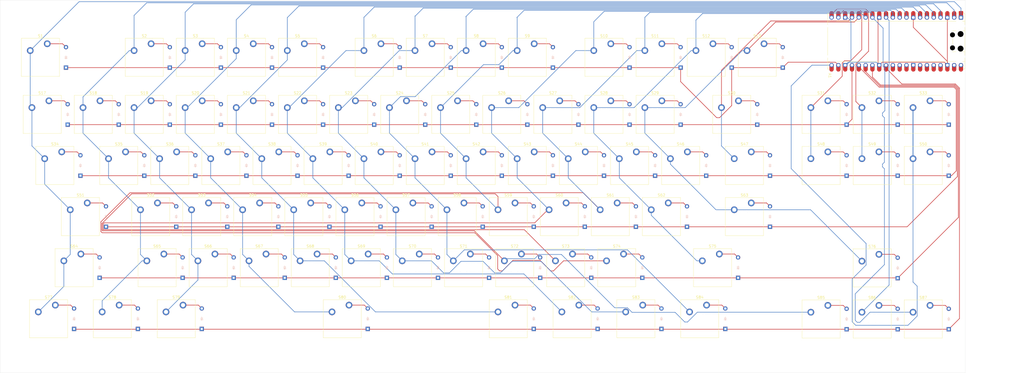
<source format=kicad_pcb>
(kicad_pcb (version 20241229) (generator "pcbnew") (generator_version "9.0")
  (layers (0 "F.Cu" signal) (2 "B.Cu" signal) (13 "F.Paste" user) (15 "B.Paste" user) (5 "F.SilkS" user "F.Silkscreen") (7 "B.SilkS" user "B.Silkscreen") (1 "F.Mask" user) (3 "B.Mask" user) (25 "Edge.Cuts" user))
  (net 0 "")
  (net 2 "Row 0")
  (net 3 "Row 5")
  (net 4 "Row 4")
  (net 5 "Net-(A1-GND-Pad13)")
  (net 6 "Column 3")
  (net 7 "Column 16")
  (net 9 "Column 14")
  (net 11 "Column 12")
  (net 13 "Column 15")
  (net 14 "Column 5")
  (net 17 "Column 4")
  (net 18 "Column 11")
  (net 19 "Row 2")
  (net 23 "Column 2")
  (net 24 "Column 7")
  (net 25 "Column 8")
  (net 26 "Column 1")
  (net 28 "Row 3")
  (net 29 "Column 10")
  (net 30 "Column 6")
  (net 31 "Column 13")
  (net 32 "Column 9")
  (net 33 "Row 1")
  (net 34 "Column 0")
  (net 35 "Net-(D1-A)")
  (net 36 "Net-(D2-A)")
  (net 37 "Net-(D3-A)")
  (net 38 "Net-(D4-A)")
  (net 39 "Net-(D5-A)")
  (net 40 "Net-(D6-A)")
  (net 41 "Net-(D7-A)")
  (net 42 "Net-(D8-A)")
  (net 43 "Net-(D9-A)")
  (net 44 "Net-(D10-A)")
  (net 45 "Net-(D11-A)")
  (net 46 "Net-(D12-A)")
  (net 47 "Net-(D13-A)")
  (net 48 "Net-(D17-A)")
  (net 49 "Net-(D18-A)")
  (net 50 "Net-(D19-A)")
  (net 51 "Net-(D20-A)")
  (net 52 "Net-(D21-A)")
  (net 53 "Net-(D22-A)")
  (net 54 "Net-(D23-A)")
  (net 55 "Net-(D24-A)")
  (net 56 "Net-(D25-A)")
  (net 57 "Net-(D26-A)")
  (net 58 "Net-(D27-A)")
  (net 59 "Net-(D28-A)")
  (net 60 "Net-(D29-A)")
  (net 61 "Net-(D30-A)")
  (net 62 "Net-(D31-A)")
  (net 63 "Net-(D32-A)")
  (net 64 "Net-(D33-A)")
  (net 65 "Net-(D34-A)")
  (net 66 "Net-(D35-A)")
  (net 67 "Net-(D36-A)")
  (net 68 "Net-(D37-A)")
  (net 69 "Net-(D38-A)")
  (net 70 "Net-(D39-A)")
  (net 71 "Net-(D40-A)")
  (net 72 "Net-(D41-A)")
  (net 73 "Net-(D42-A)")
  (net 74 "Net-(D43-A)")
  (net 75 "Net-(D44-A)")
  (net 76 "Net-(D45-A)")
  (net 77 "Net-(D46-A)")
  (net 78 "Net-(D47-A)")
  (net 79 "Net-(D48-A)")
  (net 80 "Net-(D49-A)")
  (net 81 "Net-(D50-A)")
  (net 82 "Net-(D51-A)")
  (net 83 "Net-(D52-A)")
  (net 84 "Net-(D53-A)")
  (net 85 "Net-(D54-A)")
  (net 86 "Net-(D55-A)")
  (net 87 "Net-(D56-A)")
  (net 88 "Net-(D57-A)")
  (net 89 "Net-(D58-A)")
  (net 90 "Net-(D59-A)")
  (net 91 "Net-(D60-A)")
  (net 92 "Net-(D61-A)")
  (net 93 "Net-(D62-A)")
  (net 94 "Net-(D63-A)")
  (net 95 "Net-(D64-A)")
  (net 96 "Net-(D65-A)")
  (net 97 "Net-(D66-A)")
  (net 98 "Net-(D67-A)")
  (net 99 "Net-(D68-A)")
  (net 100 "Net-(D69-A)")
  (net 101 "Net-(D70-A)")
  (net 102 "Net-(D71-A)")
  (net 103 "Net-(D72-A)")
  (net 104 "Net-(D73-A)")
  (net 105 "Net-(D74-A)")
  (net 106 "Net-(D75-A)")
  (net 107 "Net-(D76-A)")
  (net 108 "Net-(D77-A)")
  (net 109 "Net-(D78-A)")
  (net 110 "Net-(D79-A)")
  (net 111 "Net-(D80-A)")
  (net 112 "Net-(D81-A)")
  (net 113 "Net-(D82-A)")
  (net 114 "Net-(D83-A)")
  (net 115 "Net-(D84-A)")
  (net 116 "Net-(D85-A)")
  (net 117 "Net-(D86-A)")
  (net 118 "Net-(D87-A)")
  (footprint "ScottoKeebs_MX:MX_PCB_1.00u" (layer "F.Cu") (at 121.76125 33.49625)
    (property "Reference" "S7")
    (property "Value" "Keyswitch")
  )
  (footprint "ScottoKeebs_MX:MX_PCB_1.00u" (layer "F.Cu") (at 155.09875 111.91875)
    (property "Reference" "S72")
    (property "Value" "Keyswitch")
  )
  (footprint "ScottoKeebs_MX:MX_PCB_1.00u" (layer "F.Cu") (at 90.805 130.96875)
    (property "Reference" "S80")
    (property "Value" "Keyswitch")
  )
  (footprint "ScottoKeebs_MX:MX_PCB_1.00u" (layer "F.Cu") (at 112.23625 54.76875)
    (property "Reference" "S24")
    (property "Value" "Keyswitch")
  )
  (footprint "ScottoKeebs_MX:MX_PCB_1.00u" (layer "F.Cu") (at 38.4175 92.86875)
    (property "Reference" "S53")
    (property "Value" "Keyswitch")
  )
  (footprint "ScottoKeebs_MX:MX_PCB_1.00u" (layer "F.Cu") (at 121.76125 73.81875)
    (property "Reference" "S41")
    (property "Value" "Keyswitch")
  )
  (footprint "ScottoKeebs_MX:MX_PCB_1.00u" (layer "F.Cu") (at 102.71125 33.49625)
    (property "Reference" "S6")
    (property "Value" "Keyswitch")
  )
  (footprint "ScottoKeebs_MX:MX_PCB_1.00u" (layer "F.Cu") (at 288.44875 73.81875)
    (property "Reference" "S49")
    (property "Value" "Keyswitch")
  )
  (footprint "ScottoKeebs_MX:MX_PCB_1.00u" (layer "F.Cu") (at 16.98625 54.76875)
    (property "Reference" "S19")
    (property "Value" "Keyswitch")
  )
  (footprint "ScottoKeebs_MX:MX_PCB_1.00u" (layer "F.Cu") (at 193.19875 111.91875)
    (property "Reference" "S74")
    (property "Value" "Keyswitch")
  )
  (footprint "ScottoKeebs_MX:MX_PCB_1.00u" (layer "F.Cu") (at 190.8175 92.86875)
    (property "Reference" "S61")
    (property "Value" "Keyswitch")
  )
  (footprint "ScottoKeebs_MX:MX_PCB_1.00u" (layer "F.Cu") (at 57.4675 92.86875)
    (property "Reference" "S54")
    (property "Value" "Keyswitch")
  )
  (footprint "ScottoKeebs_MX:MX_PCB_1.00u" (layer "F.Cu") (at 307.49875 131.075)
    (property "Reference" "S87")
    (property "Value" "Keyswitch")
  )
  (footprint "ScottoKeebs_MX:MX_PCB_1.00u" (layer "F.Cu") (at 40.79875 111.91875)
    (property "Reference" "S66")
    (property "Value" "Keyswitch")
  )
  (footprint "ScottoKeebs_MX:MX_PCB_1.00u" (layer "F.Cu") (at -2.06375 54.76875)
    (property "Reference" "S18")
    (property "Value" "Keyswitch")
  )
  (footprint "ScottoKeebs_MX:MX_PCB_1.00u" (layer "F.Cu") (at 240.82375 92.86875)
    (property "Reference" "S63")
    (property "Value" "Keyswitch")
  )
  (footprint "ScottoKeebs_MX:MX_PCB_1.00u" (layer "F.Cu") (at 228.9175 111.91875)
    (property "Reference" "S75")
    (property "Value" "Keyswitch")
  )
  (footprint "ScottoKeebs_MX:MX_PCB_1.00u" (layer "F.Cu") (at 102.71125 73.81875)
    (property "Reference" "S40")
    (property "Value" "Keyswitch")
  )
  (footprint "ScottoKeebs_MX:MX_PCB_1.00u" (layer "F.Cu") (at 200.3425 130.96875)
    (property "Reference" "S83")
    (property "Value" "Keyswitch")
  )
  (footprint "ScottoKeebs_MX:MX_PCB_1.00u" (layer "F.Cu") (at 169.38625 54.76875)
    (property "Reference" "S27")
    (property "Value" "Keyswitch")
  )
  (footprint "ScottoKeebs_MX:MX_PCB_1.00u" (layer "F.Cu") (at 245.58625 33.49625)
    (property "Reference" "S13")
    (property "Value" "Keyswitch")
  )
  (footprint "ScottoKeebs_MX:MX_PCB_1.00u" (layer "F.Cu") (at 197.96125 73.81875)
    (property "Reference" "S45")
    (property "Value" "Keyswitch")
  )
  (footprint "ScottoKeebs_MX:MX_PCB_1.00u" (layer "F.Cu") (at 140.81125 33.49625)
    (property "Reference" "S8")
    (property "Value" "Keyswitch")
  )
  (footprint "ScottoKeebs_MX:MX_PCB_1.00u" (layer "F.Cu") (at 97.94875 111.91875)
    (property "Reference" "S69")
    (property "Value" "Keyswitch")
  )
  (footprint "ScottoKeebs_MX:MX_PCB_1.00u" (layer "F.Cu") (at 209.8675 92.86875)
    (property "Reference" "S62")
    (property "Value" "Keyswitch")
  )
  (footprint "ScottoKeebs_MX:MX_PCB_1.00u" (layer "F.Cu") (at 133.6675 92.86875)
    (property "Reference" "S58")
    (property "Value" "Keyswitch")
  )
  (footprint "ScottoKeebs_MX:MX_PCB_1.00u" (layer "F.Cu") (at 74.13625 54.76875)
    (property "Reference" "S22")
    (property "Value" "Keyswitch")
  )
  (footprint "ScottoKeebs_MX:MX_PCB_1.00u" (layer "F.Cu") (at 36.03625 54.76875)
    (property "Reference" "S20")
    (property "Value" "Keyswitch")
  )
  (footprint "ScottoKeebs_MX:MX_PCB_1.00u" (layer "F.Cu") (at 55.08625 33.49625)
    (property "Reference" "S4")
    (property "Value" "Keyswitch")
  )
  (footprint "ScottoKeebs_MX:MX_PCB_1.00u" (layer "F.Cu") (at 176.53 130.96875)
    (property "Reference" "S82")
    (property "Value" "Keyswitch")
  )
  (footprint "ScottoKeebs_MX:MX_PCB_1.00u" (layer "F.Cu") (at -21.11375 54.76875)
    (property "Reference" "S17")
    (property "Value" "Keyswitch")
  )
  (footprint "ScottoKeebs_MX:MX_PCB_1.00u" (layer "F.Cu") (at 188.43625 54.76875)
    (property "Reference" "S28")
    (property "Value" "Keyswitch")
  )
  (footprint "ScottoKeebs_MX:MX_PCB_1.00u" (layer "F.Cu") (at 269.39875 131.075)
    (property "Reference" "S85")
    (property "Value" "Keyswitch")
  )
  (footprint "Module:RaspberryPi_Pico_Common_Unspecified" (layer "F.Cu") (at 297.44225 27.5115 -90)
    (property "Reference" "A1")
    (property "Value" "RaspberryPi_Pico")
  )
  (footprint "ScottoKeebs_MX:MX_PCB_1.00u" (layer "F.Cu") (at 159.86125 73.81875)
    (property "Reference" "S43")
    (property "Value" "Keyswitch")
  )
  (footprint "ScottoKeebs_MX:MX_PCB_1.00u" (layer "F.Cu") (at 5.08 130.96875)
    (property "Reference" "S78")
    (property "Value" "Keyswitch")
  )
  (footprint "ScottoKeebs_MX:MX_PCB_1.00u" (layer "F.Cu") (at 152.7175 92.86875)
    (property "Reference" "S59")
    (property "Value" "Keyswitch")
  )
  (footprint "ScottoKeebs_MX:MX_PCB_1.00u" (layer "F.Cu") (at 207.48625 54.76875)
    (property "Reference" "S29")
    (property "Value" "Keyswitch")
  )
  (footprint "ScottoKeebs_MX:MX_PCB_1.00u" (layer "F.Cu") (at -9.2075 111.91875)
    (property "Reference" "S64")
    (property "Value" "Keyswitch")
  )
  (footprint "ScottoKeebs_MX:MX_PCB_1.00u" (layer "F.Cu") (at 150.33625 54.76875)
    (property "Reference" "S26")
    (property "Value" "Keyswitch")
  )
  (footprint "ScottoKeebs_MX:MX_PCB_1.00u" (layer "F.Cu") (at 174.14875 111.91875)
    (property "Reference" "S73")
    (property "Value" "Keyswitch")
  )
  (footprint "ScottoKeebs_MX:MX_PCB_1.00u" (layer "F.Cu") (at 74.13625 33.49625)
    (property "Reference" "S5")
    (property "Value" "Keyswitch")
  )
  (footprint "ScottoKeebs_MX:MX_PCB_1.00u" (layer "F.Cu") (at 59.84875 111.91875)
    (property "Reference" "S67")
    (property "Value" "Keyswitch")
  )
  (footprint "ScottoKeebs_MX:MX_PCB_1.00u" (layer "F.Cu") (at 307.49875 73.81875)
    (property "Reference" "S50")
    (property "Value" "Keyswitch")
  )
  (footprint "ScottoKeebs_MX:MX_PCB_1.00u" (layer "F.Cu") (at 55.08625 54.76875)
    (property "Reference" "S21")
    (property "Value" "Keyswitch")
  )
  (footprint "ScottoKeebs_MX:MX_PCB_1.00u" (layer "F.Cu") (at 178.91125 73.81875)
    (property "Reference" "S44")
    (property "Value" "Keyswitch")
  )
  (footprint "ScottoKeebs_MX:MX_PCB_1.00u" (layer "F.Cu") (at -18.7325 130.96875)
    (property "Reference" "S77")
    (property "Value" "Keyswitch")
  )
  (footprint "ScottoKeebs_MX:MX_PCB_1.00u" (layer "F.Cu") (at 226.53625 33.49625)
    (property "Reference" "S12")
    (property "Value" "Keyswitch")
  )
  (footprint "ScottoKeebs_MX:MX_PCB_1.00u" (layer "F.Cu") (at 307.49875 54.76875)
    (property "Reference" "S33")
    (property "Value" "Keyswitch")
  )
  (footprint "ScottoKeebs_MX:MX_PCB_1.00u" (layer "F.Cu") (at 19.3675 92.86875)
    (property "Reference" "S52")
    (property "Value" "Keyswitch")
  )
  (footprint "ScottoKeebs_MX:MX_PCB_1.00u" (layer "F.Cu") (at 76.5175 92.86875)
    (property "Reference" "S55")
    (property "Value" "Keyswitch")
  )
  (footprint "ScottoKeebs_MX:MX_PCB_1.00u" (layer "F.Cu") (at 131.28625 54.76875)
    (property "Reference" "S25")
    (property "Value" "Keyswitch")
  )
  (footprint "ScottoKeebs_MX:MX_PCB_1.00u" (layer "F.Cu") (at -21.74875 33.49625)
    (property "Reference" "S1")
    (property "Value" "Keyswitch")
  )
  (footprint "ScottoKeebs_MX:MX_PCB_1.00u" (layer "F.Cu") (at 21.74875 111.91875)
    (property "Reference" "S65")
    (property "Value" "Keyswitch")
  )
  (footprint "ScottoKeebs_MX:MX_PCB_1.00u" (layer "F.Cu") (at 217.01125 73.81875)
    (property "Reference" "S46")
    (property "Value" "Keyswitch")
  )
  (footprint "ScottoKeebs_MX:MX_PCB_1.00u" (layer "F.Cu") (at 288.44875 112.025)
    (property "Reference" "S76")
    (property "Value" "Keyswitch")
  )
  (footprint "ScottoKeebs_MX:MX_PCB_1.00u" (layer "F.Cu") (at 269.39875 73.81875)
    (property "Reference" "S48")
    (property "Value" "Keyswitch")
  )
  (footprint "ScottoKeebs_MX:MX_PCB_1.00u" (layer "F.Cu") (at 26.51125 73.81875)
    (property "Reference" "S36")
    (property "Value" "Keyswitch")
  )
  (footprint "ScottoKeebs_MX:MX_PCB_1.00u" (layer "F.Cu") (at 45.56125 73.81875)
    (property "Reference" "S37")
    (property "Value" "Keyswitch")
  )
  (footprint "ScottoKeebs_MX:MX_PCB_1.00u" (layer "F.Cu") (at 152.7175 130.96875)
    (property "Reference" "S81")
    (property "Value" "Keyswitch")
  )
  (footprint "ScottoKeebs_MX:MX_PCB_1.00u" (layer "F.Cu") (at 236.06125 54.76875)
    (property "Reference" "S30")
    (property "Value" "Keyswitch")
  )
  (footprint "ScottoKeebs_MX:MX_PCB_1.00u" (layer "F.Cu") (at 136.04875 111.91875)
    (property "Reference" "S71")
    (property "Value" "Keyswitch")
  )
  (footprint "ScottoKeebs_MX:MX_PCB_1.00u" (layer "F.Cu") (at 288.44875 54.76875)
    (property "Reference" "S32")
    (property "Value" "Keyswitch")
  )
  (footprint "ScottoKeebs_MX:MX_PCB_1.00u" (layer "F.Cu") (at -16.35125 73.81875)
    (property "Reference" "S34")
    (property "Value" "Keyswitch")
  )
  (footprint "ScottoKeebs_MX:MX_PCB_1.00u" (layer "F.Cu") (at 114.6175 92.86875)
    (property "Reference" "S57")
    (property "Value" "Keyswitch")
  )
  (footprint "ScottoKeebs_MX:MX_PCB_1.00u" (layer "F.Cu") (at 171.7675 92.86875)
    (property "Reference" "S60")
    (property "Value" "Keyswitch")
  )
  (footprint "ScottoKeebs_MX:MX_PCB_1.00u" (layer "F.Cu") (at 64.61125 73.81875)
    (property "Reference" "S38")
    (property "Value" "Keyswitch")
  )
  (footprint "ScottoKeebs_MX:MX_PCB_1.00u" (layer "F.Cu") (at 16.98625 33.49625)
    (property "Reference" "S2")
    (property "Value" "Keyswitch")
  )
  (footprint "ScottoKeebs_MX:MX_PCB_1.00u" (layer "F.Cu") (at 288.44875 131.075)
    (property "Reference" "S86")
    (property "Value" "Keyswitch")
  )
  (footprint "ScottoKeebs_MX:MX_PCB_1.00u" (layer "F.Cu") (at 140.81125 73.81875)
    (property "Reference" "S42")
    (property "Value" "Keyswitch")
  )
  (footprint "ScottoKeebs_MX:MX_PCB_1.00u" (layer "F.Cu") (at 269.39875 54.76875)
    (property "Reference" "S31")
    (property "Value" "Keyswitch")
  )
  (footprint "ScottoKeebs_MX:MX_PCB_1.00u" (layer "F.Cu") (at -6.82625 92.86875)
    (property "Reference" "S51")
    (property "Value" "Keyswitch")
  )
  (footprint "ScottoKeebs_MX:MX_PCB_1.00u" (layer "F.Cu") (at 78.89875 111.91875)
    (property "Reference" "S68")
    (property "Value" "Keyswitch")
  )
  (footprint "ScottoKeebs_MX:MX_PCB_1.00u" (layer "F.Cu") (at 83.66125 73.81875)
    (property "Reference" "S39")
    (property "Value" "Keyswitch")
  )
  (footprint "ScottoKeebs_MX:MX_PCB_1.00u" (layer "F.Cu") (at 224.155 130.96875)
    (property "Reference" "S84")
    (property "Value" "Keyswitch")
  )
  (footprint "ScottoKeebs_MX:MX_PCB_1.00u" (layer "F.Cu") (at 28.8925 130.96875)
    (property "Reference" "S79")
    (property "Value" "Keyswitch")
  )
  (footprint "ScottoKeebs_MX:MX_PCB_1.00u" (layer "F.Cu") (at 207.48625 33.49625)
    (property "Reference" "S11")
    (property "Value" "Keyswitch")
  )
  (footprint "ScottoKeebs_MX:MX_PCB_1.00u" (layer "F.Cu") (at 7.46125 73.81875)
    (property "Reference" "S35")
    (property "Value" "Keyswitch")
  )
  (footprint "ScottoKeebs_MX:MX_PCB_1.00u" (layer "F.Cu") (at 36.03625 33.49625)
    (property "Reference" "S3")
    (property "Value" "Keyswitch")
  )
  (footprint "ScottoKeebs_MX:MX_PCB_1.00u" (layer "F.Cu") (at 159.86125 33.49625)
    (property "Reference" "S9")
    (property "Value" "Keyswitch")
  )
  (footprint "ScottoKeebs_MX:MX_PCB_1.00u" (layer "F.Cu") (at 240.82375 73.81875)
    (property "Reference" "S47")
    (property "Value" "Keyswitch")
  )
  (footprint "ScottoKeebs_MX:MX_PCB_1.00u" (layer "F.Cu") (at 93.18625 54.76875)
    (property "Reference" "S23")
    (property "Value" "Keyswitch")
  )
  (footprint "ScottoKeebs_MX:MX_PCB_1.00u" (layer "F.Cu") (at 116.99875 111.91875)
    (property "Reference" "S70")
    (property "Value" "Keyswitch")
  )
  (footprint "ScottoKeebs_MX:MX_PCB_1.00u" (layer "F.Cu") (at 95.5675 92.86875)
    (property "Reference" "S56")
    (property "Value" "Keyswitch")
  )
  (footprint "ScottoKeebs_MX:MX_PCB_1.00u" (layer "F.Cu") (at 188.43625 33.49625)
    (property "Reference" "S10")
    (property "Value" "Keyswitch")
  )
  (footprint "ScottoKeebs_Components:Diode_DO-35" (layer "B.Cu") (at 7.46125 58.57875 90)
    (property "Reference" "D18" (hide yes))
    (property "Value" "Diode" (hide yes))
  )
  (footprint "ScottoKeebs_Components:Diode_DO-35" (layer "B.Cu") (at 197.96125 37.30625 90)
    (property "Reference" "D10" (hide yes))
    (property "Value" "Diode" (hide yes))
  )
  (footprint "ScottoKeebs_Components:Diode_DO-35" (layer "B.Cu") (at 297.97375 115.835 90)
    (property "Reference" "D76" (hide yes))
    (property "Value" "Diode" (hide yes))
  )
  (footprint "ScottoKeebs_Components:Diode_DO-35" (layer "B.Cu") (at 112.23625 77.62875 90)
    (property "Reference" "D40" (hide yes))
    (property "Value" "Diode" (hide yes))
  )
  (footprint "ScottoKeebs_Components:Diode_DO-35" (layer "B.Cu") (at 278.92375 77.62875 90)
    (property "Reference" "D48" (hide yes))
    (property "Value" "Diode" (hide yes))
  )
  (footprint "ScottoKeebs_Components:Diode_DO-35" (layer "B.Cu") (at 121.76125 58.57875 90)
    (property "Reference" "D24" (hide yes))
    (property "Value" "Diode" (hide yes))
  )
  (footprint "ScottoKeebs_Components:Diode_DO-35" (layer "B.Cu") (at 28.8925 96.67875 90)
    (property "Reference" "D52" (hide yes))
    (property "Value" "Diode" (hide yes))
  )
  (footprint "ScottoKeebs_Components:Diode_DO-35" (layer "B.Cu") (at 26.51125 37.30625 90)
    (property "Reference" "D2" (hide yes))
    (property "Value" "Diode" (hide yes))
  )
  (footprint "ScottoKeebs_Components:Diode_DO-35" (layer "B.Cu") (at 31.27375 115.72875 90)
    (property "Reference" "D65" (hide yes))
    (property "Value" "Diode" (hide yes))
  )
  (footprint "ScottoKeebs_Components:Diode_DO-35" (layer "B.Cu") (at 64.61125 58.57875 90)
    (property "Reference" "D21" (hide yes))
    (property "Value" "Diode" (hide yes))
  )
  (footprint "ScottoKeebs_Components:Diode_DO-35" (layer "B.Cu") (at 162.2425 96.67875 90)
    (property "Reference" "D59" (hide yes))
    (property "Value" "Diode" (hide yes))
  )
  (footprint "ScottoKeebs_Components:Diode_DO-35" (layer "B.Cu") (at 140.81125 58.57875 90)
    (property "Reference" "D25" (hide yes))
    (property "Value" "Diode" (hide yes))
  )
  (footprint "ScottoKeebs_Components:Diode_DO-35" (layer "B.Cu") (at 181.2925 96.67875 90)
    (property "Reference" "D60" (hide yes))
    (property "Value" "Diode" (hide yes))
  )
  (footprint "ScottoKeebs_Components:Diode_DO-35" (layer "B.Cu") (at 169.38625 37.30625 90)
    (property "Reference" "D9" (hide yes))
    (property "Value" "Diode" (hide yes))
  )
  (footprint "ScottoKeebs_Components:Diode_DO-35" (layer "B.Cu") (at 105.0925 96.67875 90)
    (property "Reference" "D56" (hide yes))
    (property "Value" "Diode" (hide yes))
  )
  (footprint "ScottoKeebs_Components:Diode_DO-35" (layer "B.Cu") (at 207.48625 77.62875 90)
    (property "Reference" "D45" (hide yes))
    (property "Value" "Diode" (hide yes))
  )
  (footprint "ScottoKeebs_Components:Diode_DO-35" (layer "B.Cu") (at 233.68 134.77875 90)
    (property "Reference" "D84" (hide yes))
    (property "Value" "Diode" (hide yes))
  )
  (footprint "ScottoKeebs_Components:Diode_DO-35" (layer "B.Cu") (at 16.98625 77.62875 90)
    (property "Reference" "D35" (hide yes))
    (property "Value" "Diode" (hide yes))
  )
  (footprint "ScottoKeebs_Components:Diode_DO-35" (layer "B.Cu") (at 126.52375 115.72875 90)
    (property "Reference" "D70" (hide yes))
    (property "Value" "Diode" (hide yes))
  )
  (footprint "ScottoKeebs_Components:Diode_DO-35" (layer "B.Cu") (at 217.01125 58.57875 90)
    (property "Reference" "D29" (hide yes))
    (property "Value" "Diode" (hide yes))
  )
  (footprint "ScottoKeebs_Components:Diode_DO-35" (layer "B.Cu") (at 107.47375 115.72875 90)
    (property "Reference" "D69" (hide yes))
    (property "Value" "Diode" (hide yes))
  )
  (footprint "ScottoKeebs_Components:Diode_DO-35" (layer "B.Cu") (at 245.58625 58.57875 90)
    (property "Reference" "D30" (hide yes))
    (property "Value" "Diode" (hide yes))
  )
  (footprint "ScottoKeebs_Components:Diode_DO-35" (layer "B.Cu") (at 297.97375 58.57875 90)
    (property "Reference" "D32" (hide yes))
    (property "Value" "Diode" (hide yes))
  )
  (footprint "ScottoKeebs_Components:Diode_DO-35" (layer "B.Cu") (at 250.34875 77.62875 90)
    (property "Reference" "D47" (hide yes))
    (property "Value" "Diode" (hide yes))
  )
  (footprint "ScottoKeebs_Components:Diode_DO-35" (layer "B.Cu") (at 297.97375 134.885 90)
    (property "Reference" "D86" (hide yes))
    (property "Value" "Diode" (hide yes))
  )
  (footprint "ScottoKeebs_Components:Diode_DO-35" (layer "B.Cu") (at 55.08625 77.62875 90)
    (property "Reference" "D37" (hide yes))
    (property "Value" "Diode" (hide yes))
  )
  (footprint "ScottoKeebs_Components:Diode_DO-35" (layer "B.Cu") (at 0.3175 115.72875 90)
    (property "Reference" "D64" (hide yes))
    (property "Value" "Diode" (hide yes))
  )
  (footprint "ScottoKeebs_Components:Diode_DO-35" (layer "B.Cu") (at 183.67375 115.72875 90)
    (property "Reference" "D73" (hide yes))
    (property "Value" "Diode" (hide yes))
  )
  (footprint "ScottoKeebs_Components:Diode_DO-35" (layer "B.Cu") (at 88.42375 115.72875 90)
    (property "Reference" "D68" (hide yes))
    (property "Value" "Diode" (hide yes))
  )
  (footprint "ScottoKeebs_Components:Diode_DO-35" (layer "B.Cu") (at 83.66125 37.30625 90)
    (property "Reference" "D5" (hide yes))
    (property "Value" "Diode" (hide yes))
  )
  (footprint "ScottoKeebs_Components:Diode_DO-35" (layer "B.Cu") (at 150.33625 77.62875 90)
    (property "Reference" "D42" (hide yes))
    (property "Value" "Diode" (hide yes))
  )
  (footprint "ScottoKeebs_Components:Diode_DO-35" (layer "B.Cu") (at 143.1925 96.67875 90)
    (property "Reference" "D58" (hide yes))
    (property "Value" "Diode" (hide yes))
  )
  (footprint "ScottoKeebs_Components:Diode_DO-35" (layer "B.Cu") (at 226.53625 77.62875 90)
    (property "Reference" "D46" (hide yes))
    (property "Value" "Diode" (hide yes))
  )
  (footprint "ScottoKeebs_Components:Diode_DO-35" (layer "B.Cu") (at 217.01125 37.30625 90)
    (property "Reference" "D11" (hide yes))
    (property "Value" "Diode" (hide yes))
  )
  (footprint "ScottoKeebs_Components:Diode_DO-35" (layer "B.Cu") (at 169.38625 77.62875 90)
    (property "Reference" "D43" (hide yes))
    (property "Value" "Diode" (hide yes))
  )
  (footprint "ScottoKeebs_Components:Diode_DO-35" (layer "B.Cu") (at 162.2425 134.77875 90)
    (property "Reference" "D81" (hide yes))
    (property "Value" "Diode" (hide yes))
  )
  (footprint "ScottoKeebs_Components:Diode_DO-35" (layer "B.Cu") (at 238.4425 115.72875 90)
    (property "Reference" "D75" (hide yes))
    (property "Value" "Diode" (hide yes))
  )
  (footprint "ScottoKeebs_Components:Diode_DO-35" (layer "B.Cu") (at 26.51125 58.57875 90)
    (property "Reference" "D19" (hide yes))
    (property "Value" "Diode" (hide yes))
  )
  (footprint "ScottoKeebs_Components:Diode_DO-35" (layer "B.Cu") (at 64.61125 37.30625 90)
    (property "Reference" "D4" (hide yes))
    (property "Value" "Diode" (hide yes))
  )
  (footprint "ScottoKeebs_Components:Diode_DO-35" (layer "B.Cu") (at 2.69875 96.67875 90)
    (property "Reference" "D51" (hide yes))
    (property "Value" "Diode" (hide yes))
  )
  (footprint "ScottoKeebs_Components:Diode_DO-35" (layer "B.Cu") (at 188.43625 77.62875 90)
    (property "Reference" "D44" (hide yes))
    (property "Value" "Diode" (hide yes))
  )
  (footprint "ScottoKeebs_Components:Diode_DO-35" (layer "B.Cu") (at 45.56125 37.30625 90)
    (property "Reference" "D3" (hide yes))
    (property "Value" "Diode" (hide yes))
  )
  (footprint "ScottoKeebs_Components:Diode_DO-35" (layer "B.Cu") (at 145.57375 115.72875 90)
    (property "Reference" "D71" (hide yes))
    (property "Value" "Diode" (hide yes))
  )
  (footprint "ScottoKeebs_Components:Diode_DO-35" (layer "B.Cu") (at 219.3925 96.67875 90)
    (property "Reference" "D62" (hide yes))
    (property "Value" "Diode" (hide yes))
  )
  (footprint "ScottoKeebs_Components:Diode_DO-35" (layer "B.Cu") (at 66.9925 96.67875 90)
    (property "Reference" "D54" (hide yes))
    (property "Value" "Diode" (hide yes))
  )
  (footprint "ScottoKeebs_Components:Diode_DO-35" (layer "B.Cu") (at 202.72375 115.72875 90)
    (property "Reference" "D74" (hide yes))
    (property "Value" "Diode" (hide yes))
  )
  (footprint "ScottoKeebs_Components:Diode_DO-35" (layer "B.Cu") (at 45.56125 58.57875 90)
    (property "Reference" "D20" (hide yes))
    (property "Value" "Diode" (hide yes))
  )
  (footprint "ScottoKeebs_Components:Diode_DO-35" (layer "B.Cu") (at 297.97375 77.62875 90)
    (property "Reference" "D49" (hide yes))
    (property "Value" "Diode" (hide yes))
  )
  (footprint "ScottoKeebs_Components:Diode_DO-35" (layer "B.Cu") (at 83.66125 58.57875 90)
    (property "Reference" "D22" (hide yes))
    (property "Value" "Diode" (hide yes))
  )
  (footprint "ScottoKeebs_Components:Diode_DO-35" (layer "B.Cu") (at 102.71125 58.57875 90)
    (property "Reference" "D23" (hide yes))
    (property "Value" "Diode" (hide yes))
  )
  (footprint "ScottoKeebs_Components:Diode_DO-35" (layer "B.Cu") (at 200.3425 96.67875 90)
    (property "Reference" "D61" (hide yes))
    (property "Value" "Diode" (hide yes))
  )
  (footprint "ScottoKeebs_Components:Diode_DO-35" (layer "B.Cu") (at 278.92375 134.885 90)
    (property "Reference" "D85" (hide yes))
    (property "Value" "Diode" (hide yes))
  )
  (footprint "ScottoKeebs_Components:Diode_DO-35" (layer "B.Cu") (at 186.055 134.77875 90)
    (property "Reference" "D82" (hide yes))
    (property "Value" "Diode" (hide yes))
  )
  (footprint "ScottoKeebs_Components:Diode_DO-35" (layer "B.Cu") (at 14.605 134.77875 90)
    (property "Reference" "D78" (hide yes))
    (property "Value" "Diode" (hide yes))
  )
  (footprint "ScottoKeebs_Components:Diode_DO-35" (layer "B.Cu") (at 317.02375 134.885 90)
    (property "Reference" "D87" (hide yes))
    (property "Value" "Diode" (hide yes))
  )
  (footprint "ScottoKeebs_Components:Diode_DO-35" (layer "B.Cu") (at 150.33625 37.30625 90)
    (property "Reference" "D8" (hide yes))
    (property "Value" "Diode" (hide yes))
  )
  (footprint "ScottoKeebs_Components:Diode_DO-35" (layer "B.Cu") (at 50.32375 115.72875 90)
    (property "Reference" "D66" (hide yes))
    (property "Value" "Diode" (hide yes))
  )
  (footprint "ScottoKeebs_Components:Diode_DO-35" (layer "B.Cu") (at -9.2075 134.77875 90)
    (property "Reference" "D77" (hide yes))
    (property "Value" "Diode" (hide yes))
  )
  (footprint "ScottoKeebs_Components:Diode_DO-35" (layer "B.Cu") (at 38.4175 134.77875 90)
    (property "Reference" "D79" (hide yes))
    (property "Value" "Diode" (hide yes))
  )
  (footprint "ScottoKeebs_Components:Diode_DO-35" (layer "B.Cu") (at 124.1425 96.67875 90)
    (property "Reference" "D57" (hide yes))
    (property "Value" "Diode" (hide yes))
  )
  (footprint "ScottoKeebs_Components:Diode_DO-35" (layer "B.Cu") (at 178.91125 58.57875 90)
    (property "Reference" "D27" (hide yes))
    (property "Value" "Diode" (hide yes))
  )
  (footprint "ScottoKeebs_Components:Diode_DO-35" (layer "B.Cu") (at -11.58875 58.57875 90)
    (property "Reference" "D17" (hide yes))
    (property "Value" "Diode" (hide yes))
  )
  (footprint "ScottoKeebs_Components:Diode_DO-35" (layer "B.Cu") (at 47.9425 96.67875 90)
    (property "Reference" "D53" (hide yes))
    (property "Value" "Diode" (hide yes))
  )
  (footprint "ScottoKeebs_Components:Diode_DO-35" (layer "B.Cu") (at 100.33 134.77875 90)
    (property "Reference" "D80" (hide yes))
    (property "Value" "Diode" (hide yes))
  )
  (footprint "ScottoKeebs_Components:Diode_DO-35" (layer "B.Cu") (at 317.02375 77.62875 90)
    (property "Reference" "D50" (hide yes))
    (property "Value" "Diode" (hide yes))
  )
  (footprint "ScottoKeebs_Components:Diode_DO-35" (layer "B.Cu") (at 250.34875 96.67875 90)
    (property "Reference" "D63" (hide yes))
    (property "Value" "Diode" (hide yes))
  )
  (footprint "ScottoKeebs_Components:Diode_DO-35" (layer "B.Cu") (at -12.22375 37.30625 90)
    (property "Reference" "D1" (hide yes))
    (property "Value" "Diode" (hide yes))
  )
  (footprint "ScottoKeebs_Components:Diode_DO-35" (layer "B.Cu") (at 159.86125 58.57875 90)
    (property "Reference" "D26" (hide yes))
    (property "Value" "Diode" (hide yes))
  )
  (footprint "ScottoKeebs_Components:Diode_DO-35" (layer "B.Cu") (at 255.11125 37.30625 90)
    (property "Reference" "D13" (hide yes))
    (property "Value" "Diode" (hide yes))
  )
  (footprint "ScottoKeebs_Components:Diode_DO-35" (layer "B.Cu") (at 164.62375 115.72875 90)
    (property "Reference" "D72" (hide yes))
    (property "Value" "Diode" (hide yes))
  )
  (footprint "ScottoKeebs_Components:Diode_DO-35" (layer "B.Cu") (at 86.0425 96.67875 90)
    (property "Reference" "D55" (hide yes))
    (property "Value" "Diode" (hide yes))
  )
  (footprint "ScottoKeebs_Components:Diode_DO-35" (layer "B.Cu") (at 74.13625 77.62875 90)
    (property "Reference" "D38" (hide yes))
    (property "Value" "Diode" (hide yes))
  )
  (footprint "ScottoKeebs_Components:Diode_DO-35" (layer "B.Cu") (at 197.96125 58.57875 90)
    (property "Reference" "D28" (hide yes))
    (property "Value" "Diode" (hide yes))
  )
  (footprint "ScottoKeebs_Components:Diode_DO-35" (layer "B.Cu") (at 131.28625 37.30625 90)
    (property "Reference" "D7" (hide yes))
    (property "Value" "Diode" (hide yes))
  )
  (footprint "ScottoKeebs_Components:Diode_DO-35" (layer "B.Cu") (at -6.82625 77.62875 90)
    (property "Reference" "D34" (hide yes))
    (property "Value" "Diode" (hide yes))
  )
  (footprint "ScottoKeebs_Components:Diode_DO-35" (layer "B.Cu") (at 112.23625 37.30625 90)
    (property "Reference" "D6" (hide yes))
    (property "Value" "Diode" (hide yes))
  )
  (footprint "ScottoKeebs_Components:Diode_DO-35" (layer "B.Cu") (at 131.28625 77.62875 90)
    (property "Reference" "D41" (hide yes))
    (property "Value" "Diode" (hide yes))
  )
  (footprint "ScottoKeebs_Components:Diode_DO-35" (layer "B.Cu") (at 317.02375 58.57875 90)
    (property "Reference" "D33" (hide yes))
    (property "Value" "Diode" (hide yes))
  )
  (footprint "ScottoKeebs_Components:Diode_DO-35" (layer "B.Cu") (at 236.06125 37.30625 90)
    (property "Reference" "D12" (hide yes))
    (property "Value" "Diode" (hide yes))
  )
  (footprint "ScottoKeebs_Components:Diode_DO-35" (layer "B.Cu") (at 36.03625 77.62875 90)
    (property "Reference" "D36" (hide yes))
    (property "Value" "Diode" (hide yes))
  )
  (footprint "ScottoKeebs_Components:Diode_DO-35" (layer "B.Cu") (at 93.18625 77.62875 90)
    (property "Reference" "D39" (hide yes))
    (property "Value" "Diode" (hide yes))
  )
  (footprint "ScottoKeebs_Components:Diode_DO-35" (layer "B.Cu") (at 69.37375 115.72875 90)
    (property "Reference" "D67" (hide yes))
    (property "Value" "Diode" (hide yes))
  )
  (footprint "ScottoKeebs_Components:Diode_DO-35" (layer "B.Cu") (at 209.8675 134.77875 90)
    (property "Reference" "D83" (hide yes))
    (property "Value" "Diode" (hide yes))
  )
  (footprint "ScottoKeebs_Components:Diode_DO-35" (layer "B.Cu") (at 278.92375 58.57875 90)
    (property "Reference" "D31" (hide yes))
    (property "Value" "Diode" (hide yes))
  )
  (gr_rect (start -36.80775 12.1215) (end 323.19225 151.1215) (stroke (width 0.05)) (fill no) (layer "Edge.Cuts"))
  (segment (start 217.01125 42.532576) (end 230.473424 55.99475) (width 0.2) (layer "F.Cu") (net 2))
  (segment (start 257.117 35.3005) (end 274.75125 35.3005) (width 0.2) (layer "F.Cu") (net 2))
  (segment (start 230.473424 55.99475) (end 231.510434 55.99475) (width 0.2) (layer "F.Cu") (net 2))
  (segment (start -12.22375 37.30625) (end 217.01125 37.30625) (width 0.2) (layer "F.Cu") (net 2))
  (segment (start 274.75125 35.3005) (end 275.85225 36.4015) (width 0.2) (layer "F.Cu") (net 2))
  (segment (start 236.06125 37.30625) (end 255.11125 37.30625) (width 0.2) (layer "F.Cu") (net 2))
  (segment (start 236.06125 51.443934) (end 236.06125 37.30625) (width 0.2) (layer "F.Cu") (net 2))
  (segment (start 231.510434 55.99475) (end 236.06125 51.443934) (width 0.2) (layer "F.Cu") (net 2))
  (segment (start 255.11125 37.30625) (end 257.117 35.3005) (width 0.2) (layer "F.Cu") (net 2))
  (segment (start 217.01125 37.30625) (end 217.01125 42.532576) (width 0.2) (layer "F.Cu") (net 2))
  (segment (start 293.63225 37.53287) (end 299.50638 43.407) (width 0.2) (layer "F.Cu") (net 3))
  (segment (start 321.013 130.89575) (end 317.02375 134.885) (width 0.2) (layer "F.Cu") (net 3))
  (segment (start 299.50638 43.407) (end 319.4683 43.407) (width 0.2) (layer "F.Cu") (net 3))
  (segment (start 317.02375 134.885) (end -9.10125 134.885) (width 0.2) (layer "F.Cu") (net 3))
  (segment (start 319.4683 43.407) (end 321.013 44.9517) (width 0.2) (layer "F.Cu") (net 3))
  (segment (start -9.10125 134.885) (end -9.2075 134.77875) (width 0.2) (layer "F.Cu") (net 3))
  (segment (start 321.013 44.9517) (end 321.013 130.89575) (width 0.2) (layer "F.Cu") (net 3))
  (segment (start 293.63225 36.4015) (end 293.63225 37.53287) (width 0.2) (layer "F.Cu") (net 3))
  (segment (start 320.612 45.1178) (end 319.3022 43.808) (width 0.2) (layer "F.Cu") (net 4))
  (segment (start 297.8675 115.72875) (end 297.97375 115.835) (width 0.2) (layer "F.Cu") (net 4))
  (segment (start 319.3022 43.808) (end 291.5361 43.808) (width 0.2) (layer "F.Cu") (net 4))
  (segment (start 297.97375 115.835) (end 320.612 93.19675) (width 0.2) (layer "F.Cu") (net 4))
  (segment (start 288.55225 40.82415) (end 288.55225 36.4015) (width 0.2) (layer "F.Cu") (net 4))
  (segment (start 320.612 93.19675) (end 320.612 45.1178) (width 0.2) (layer "F.Cu") (net 4))
  (segment (start 291.5361 43.808) (end 288.55225 40.82415) (width 0.2) (layer "F.Cu") (net 4))
  (segment (start 0.3175 115.72875) (end 297.8675 115.72875) (width 0.2) (layer "F.Cu") (net 4))
  (segment (start 316.49225 34.97225) (end 316.49225 36.4015) (width 0.2) (layer "F.Cu") (net 5))
  (segment (start 316.49225 18.6215) (end 316.49225 36.4015) (width 0.2) (layer "F.Cu") (net 5))
  (segment (start 303.79225 18.6215) (end 303.79225 22.27225) (width 0.2) (layer "F.Cu") (net 5))
  (segment (start 292.19825 35.2955) (end 315.38625 35.2955) (width 0.2) (layer "F.Cu") (net 5))
  (segment (start 291.09225 36.4015) (end 292.19825 35.2955) (width 0.2) (layer "F.Cu") (net 5))
  (segment (start 303.79225 22.27225) (end 316.49225 34.97225) (width 0.2) (layer "F.Cu") (net 5))
  (segment (start 291.09225 18.6215) (end 290.64929 19.06446) (width 0.2) (layer "F.Cu") (net 5))
  (segment (start 290.64929 19.06446) (end 290.64929 35.95854) (width 0.2) (layer "F.Cu") (net 5))
  (segment (start 290.64929 35.95854) (end 291.09225 36.4015) (width 0.2) (layer "F.Cu") (net 5))
  (segment (start 315.38625 35.2955) (end 316.49225 36.4015) (width 0.2) (layer "F.Cu") (net 5))
  (segment (start 278.39225 18.6215) (end 279.19725 18.6215) (width 0.2) (layer "B.Cu") (net 5))
  (segment (start 280.54325 19.9675) (end 280.54325 34.653336) (width 0.2) (layer "B.Cu") (net 5))
  (segment (start 289.99125 35.3005) (end 291.09225 36.4015) (width 0.2) (layer "B.Cu") (net 5))
  (segment (start 279.49325 35.3005) (end 289.99125 35.3005) (width 0.2) (layer "B.Cu") (net 5))
  (segment (start 278.39225 36.4015) (end 279.49325 35.3005) (width 0.2) (layer "B.Cu") (net 5))
  (segment (start 279.19725 18.6215) (end 280.54325 19.9675) (width 0.2) (layer "B.Cu") (net 5))
  (segment (start 278.795086 36.4015) (end 278.39225 36.4015) (width 0.2) (layer "B.Cu") (net 5))
  (segment (start 280.54325 34.653336) (end 278.795086 36.4015) (width 0.2) (layer "B.Cu") (net 5))
  (segment (start 32.22625 52.22875) (end 32.22625 61.75375) (width 0.2) (layer "B.Cu") (net 6))
  (segment (start 73.033934 128.42875) (end 86.995 128.42875) (width 0.2) (layer "B.Cu") (net 6))
  (segment (start 33.007576 52.22875) (end 32.22625 52.22875) (width 0.2) (layer "B.Cu") (net 6))
  (segment (start 41.75125 71.27875) (end 41.75125 78.4225) (width 0.2) (layer "B.Cu") (net 6))
  (segment (start 32.22625 61.75375) (end 41.75125 71.27875) (width 0.2) (layer "B.Cu") (net 6))
  (segment (start 41.75125 78.4225) (end 53.6575 90.32875) (width 0.2) (layer "B.Cu") (net 6))
  (segment (start 56.03875 111.433566) (end 73.033934 128.42875) (width 0.2) (layer "B.Cu") (net 6))
  (segment (start 56.03875 109.37875) (end 56.03875 111.433566) (width 0.2) (layer "B.Cu") (net 6))
  (segment (start 51.27625 30.95625) (end 51.27625 19.46925) (width 0.2) (layer "B.Cu") (net 6))
  (segment (start 56.82 13.9255) (end 308.46 13.9255) (width 0.2) (layer "B.Cu") (net 6))
  (segment (start 51.27625 33.960076) (end 33.007576 52.22875) (width 0.2) (layer "B.Cu") (net 6))
  (segment (start 311.41225 16.87775) (end 311.41225 18.6215) (width 0.2) (layer "B.Cu") (net 6))
  (segment (start 53.6575 90.32875) (end 53.6575 106.9975) (width 0.2) (layer "B.Cu") (net 6))
  (segment (start 308.46 13.9255) (end 311.41225 16.87775) (width 0.2) (layer "B.Cu") (net 6))
  (segment (start 51.27625 19.46925) (end 56.82 13.9255) (width 0.2) (layer "B.Cu") (net 6))
  (segment (start 51.27625 30.95625) (end 51.27625 33.960076) (width 0.2) (layer "B.Cu") (net 6))
  (segment (start 53.6575 106.9975) (end 56.03875 109.37875) (width 0.2) (layer "B.Cu") (net 6))
  (segment (start 258.25 44.14) (end 265.9885 36.4015) (width 0.2) (layer "B.Cu") (net 7))
  (segment (start 305.23975 129.987826) (end 301.801576 133.426) (width 0.2) (layer "B.Cu") (net 7))
  (segment (start 286.18975 110.937826) (end 286.18975 102.91975) (width 0.2) (layer "B.Cu") (net 7))
  (segment (start 303.68875 52.22875) (end 303.68875 117.28125) (width 0.2) (layer "B.Cu") (net 7))
  (segment (start 281.01 132.12) (end 281.01 116.117576) (width 0.2) (layer "B.Cu") (net 7))
  (segment (start 303.68875 117.28125) (end 305.23975 118.83225) (width 0.2) (layer "B.Cu") (net 7))
  (segment (start 305.23975 118.83225) (end 305.23975 129.987826) (width 0.2) (layer "B.Cu") (net 7))
  (segment (start 258.25 74.98) (end 258.25 44.14) (width 0.2) (layer "B.Cu") (net 7))
  (segment (start 281.01 116.117576) (end 286.18975 110.937826) (width 0.2) (layer "B.Cu") (net 7))
  (segment (start 303.68875 52.22875) (end 303.68875 71.27875) (width 0.2) (layer "B.Cu") (net 7))
  (segment (start 282.316 133.426) (end 281.01 132.12) (width 0.2) (layer "B.Cu") (net 7))
  (segment (start 301.801576 133.426) (end 282.316 133.426) (width 0.2) (layer "B.Cu") (net 7))
  (segment (start 265.9885 36.4015) (end 273.31225 36.4015) (width 0.2) (layer "B.Cu") (net 7))
  (segment (start 286.18975 102.91975) (end 258.25 74.98) (width 0.2) (layer "B.Cu") (net 7))
  (segment (start 277.934128 15.9155) (end 283.9233 15.9155) (width 0.2) (layer "F.Cu") (net 9))
  (segment (start 278.108706 34.76945) (end 277.28625 35.591906) (width 0.2) (layer "F.Cu") (net 9))
  (segment (start 284.57325 30.623336) (end 280.427136 34.76945) (width 0.2) (layer "F.Cu") (net 9))
  (segment (start 277.28625 40.53125) (end 265.58875 52.22875) (width 0.2) (layer "F.Cu") (net 9))
  (segment (start 275.85225 17.997378) (end 277.934128 15.9155) (width 0.2) (layer "F.Cu") (net 9))
  (segment (start 280.427136 34.76945) (end 278.108706 34.76945) (width 0.2) (layer "F.Cu") (net 9))
  (segment (start 284.57325 16.56545) (end 284.57325 30.623336) (width 0.2) (layer "F.Cu") (net 9))
  (segment (start 277.28625 35.591906) (end 277.28625 40.53125) (width 0.2) (layer "F.Cu") (net 9))
  (segment (start 275.85225 18.6215) (end 275.85225 17.997378) (width 0.2) (layer "F.Cu") (net 9))
  (segment (start 283.9233 15.9155) (end 284.57325 16.56545) (width 0.2) (layer "F.Cu") (net 9))
  (segment (start 265.58875 52.22875) (end 265.58875 71.27875) (width 0.2) (layer "B.Cu") (net 9))
  (segment (start 283.47225 18.6215) (end 281.78325 20.3105) (width 0.2) (layer "F.Cu") (net 11))
  (segment (start 252.422 20.3105) (end 241.77625 30.95625) (width 0.2) (layer "F.Cu") (net 11))
  (segment (start 281.78325 20.3105) (end 252.422 20.3105) (width 0.2) (layer "F.Cu") (net 11))
  (segment (start 230.196434 90.32875) (end 237.01375 90.32875) (width 0.2) (layer "B.Cu") (net 11))
  (segment (start 241.77625 30.95625) (end 240.008484 30.95625) (width 0.2) (layer "B.Cu") (net 11))
  (segment (start 203.67625 52.22875) (end 203.67625 61.75375) (width 0.2) (layer "B.Cu") (net 11))
  (segment (start 237.01375 90.32875) (end 265.4825 90.32875) (width 0.2) (layer "B.Cu") (net 11))
  (segment (start 203.67625 61.75375) (end 213.20125 71.27875) (width 0.2) (layer "B.Cu") (net 11))
  (segment (start 213.20125 71.27875) (end 213.20125 73.333566) (width 0.2) (layer "B.Cu") (net 11))
  (segment (start 213.20125 73.333566) (end 230.196434 90.32875) (width 0.2) (layer "B.Cu") (net 11))
  (segment (start 265.4825 90.32875) (end 284.63875 109.485) (width 0.2) (layer "B.Cu") (net 11))
  (segment (start 240.008484 30.95625) (end 218.735984 52.22875) (width 0.2) (layer "B.Cu") (net 11))
  (segment (start 218.735984 52.22875) (end 203.67625 52.22875) (width 0.2) (layer "B.Cu") (net 11))
  (segment (start 282.37125 49.96125) (end 284.63875 52.22875) (width 0.2) (layer "F.Cu") (net 13))
  (segment (start 275.28788 15.5145) (end 286.0623 15.5145) (width 0.2) (layer "F.Cu") (net 13))
  (segment (start 287.11325 31.20345) (end 282.37125 35.94545) (width 0.2) (layer "F.Cu") (net 13))
  (segment (start 273.31225 17.49013) (end 275.28788 15.5145) (width 0.2) (layer "F.Cu") (net 13))
  (segment (start 282.37125 35.94545) (end 282.37125 49.96125) (width 0.2) (layer "F.Cu") (net 13))
  (segment (start 286.0623 15.5145) (end 287.11325 16.56545) (width 0.2) (layer "F.Cu") (net 13))
  (segment (start 287.11325 16.56545) (end 287.11325 31.20345) (width 0.2) (layer "F.Cu") (net 13))
  (segment (start 273.31225 18.6215) (end 273.31225 17.49013) (width 0.2) (layer "F.Cu") (net 13))
  (segment (start 284.63875 52.22875) (end 284.63875 71.27875) (width 0.2) (layer "B.Cu") (net 13))
  (segment (start 92.21325 30.95625) (end 70.94075 52.22875) (width 0.2) (layer "B.Cu") (net 14))
  (segment (start 98.90125 18.55875) (end 102.7325 14.7275) (width 0.2) (layer "B.Cu") (net 14))
  (segment (start 98.90125 30.95625) (end 92.21325 30.95625) (width 0.2) (layer "B.Cu") (net 14))
  (segment (start 104.61625 109.37875) (end 109.50725 114.26975) (width 0.2) (layer "B.Cu") (net 14))
  (segment (start 109.50725 114.26975) (end 158.561 114.26975) (width 0.2) (layer "B.Cu") (net 14))
  (segment (start 98.90125 30.95625) (end 98.90125 18.55875) (width 0.2) (layer "B.Cu") (net 14))
  (segment (start 70.32625 61.75375) (end 79.85125 71.27875) (width 0.2) (layer "B.Cu") (net 14))
  (segment (start 79.85125 78.4225) (end 91.7575 90.32875) (width 0.2) (layer "B.Cu") (net 14))
  (segment (start 303.8 14.7275) (end 306.33225 17.25975) (width 0.2) (layer "B.Cu") (net 14))
  (segment (start 79.85125 71.27875) (end 79.85125 78.4225) (width 0.2) (layer "B.Cu") (net 14))
  (segment (start 94.13875 109.37875) (end 104.61625 109.37875) (width 0.2) (layer "B.Cu") (net 14))
  (segment (start 102.7325 14.7275) (end 303.8 14.7275) (width 0.2) (layer "B.Cu") (net 14))
  (segment (start 91.7575 90.32875) (end 91.7575 106.9975) (width 0.2) (layer "B.Cu") (net 14))
  (segment (start 158.561 114.26975) (end 172.72 128.42875) (width 0.2) (layer "B.Cu") (net 14))
  (segment (start 306.33225 17.25975) (end 306.33225 18.6215) (width 0.2) (layer "B.Cu") (net 14))
  (segment (start 70.32625 52.22875) (end 70.32625 61.75375) (width 0.2) (layer "B.Cu") (net 14))
  (segment (start 70.94075 52.22875) (end 70.32625 52.22875) (width 0.2) (layer "B.Cu") (net 14))
  (segment (start 91.7575 106.9975) (end 94.13875 109.37875) (width 0.2) (layer "B.Cu") (net 14))
  (segment (start 60.80125 78.4225) (end 72.7075 90.32875) (width 0.2) (layer "B.Cu") (net 17))
  (segment (start 70.32625 18.65375) (end 74.6535 14.3265) (width 0.2) (layer "B.Cu") (net 17))
  (segment (start 52.54625 52.22875) (end 51.27625 52.22875) (width 0.2) (layer "B.Cu") (net 17))
  (segment (start 74.6535 14.3265) (end 306.08 14.3265) (width 0.2) (layer "B.Cu") (net 17))
  (segment (start 70.32625 34.44875) (end 52.54625 52.22875) (width 0.2) (layer "B.Cu") (net 17))
  (segment (start 51.27625 52.22875) (end 51.27625 61.75375) (width 0.2) (layer "B.Cu") (net 17))
  (segment (start 51.27625 61.75375) (end 60.80125 71.27875) (width 0.2) (layer "B.Cu") (net 17))
  (segment (start 103.19875 128.42875) (end 148.9075 128.42875) (width 0.2) (layer "B.Cu") (net 17))
  (segment (start 60.80125 71.27875) (end 60.80125 78.4225) (width 0.2) (layer "B.Cu") (net 17))
  (segment (start 70.32625 30.95625) (end 70.32625 18.65375) (width 0.2) (layer "B.Cu") (net 17))
  (segment (start 308.87225 17.11875) (end 308.87225 18.6215) (width 0.2) (layer "B.Cu") (net 17))
  (segment (start 306.08 14.3265) (end 308.87225 17.11875) (width 0.2) (layer "B.Cu") (net 17))
  (segment (start 84.14875 109.37875) (end 103.19875 128.42875) (width 0.2) (layer "B.Cu") (net 17))
  (segment (start 72.7075 90.32875) (end 72.7075 106.9975) (width 0.2) (layer "B.Cu") (net 17))
  (segment (start 75.08875 109.37875) (end 84.14875 109.37875) (width 0.2) (layer "B.Cu") (net 17))
  (segment (start 72.7075 106.9975) (end 75.08875 109.37875) (width 0.2) (layer "B.Cu") (net 17))
  (segment (start 70.32625 30.95625) (end 70.32625 34.44875) (width 0.2) (layer "B.Cu") (net 17))
  (segment (start 184.62625 52.22875) (end 184.62625 61.75375) (width 0.2) (layer "B.Cu") (net 18))
  (segment (start 194.15125 78.4225) (end 206.0575 90.32875) (width 0.2) (layer "B.Cu") (net 18))
  (segment (start 225.1965 17.1335) (end 284.52425 17.1335) (width 0.2) (layer "B.Cu") (net 18))
  (segment (start 206.0575 90.32875) (end 206.0575 92.383566) (width 0.2) (layer "B.Cu") (net 18))
  (segment (start 220.958484 30.95625) (end 199.685984 52.22875) (width 0.2) (layer "B.Cu") (net 18))
  (segment (start 199.685984 52.22875) (end 184.62625 52.22875) (width 0.2) (layer "B.Cu") (net 18))
  (segment (start 223.052684 109.37875) (end 225.1075 109.37875) (width 0.2) (layer "B.Cu") (net 18))
  (segment (start 184.62625 61.75375) (end 194.15125 71.27875) (width 0.2) (layer "B.Cu") (net 18))
  (segment (start 206.0575 92.383566) (end 223.052684 109.37875) (width 0.2) (layer "B.Cu") (net 18))
  (segment (start 222.72625 30.95625) (end 222.72625 19.60375) (width 0.2) (layer "B.Cu") (net 18))
  (segment (start 222.72625 30.95625) (end 220.958484 30.95625) (width 0.2) (layer "B.Cu") (net 18))
  (segment (start 222.72625 19.60375) (end 225.1965 17.1335) (width 0.2) (layer "B.Cu") (net 18))
  (segment (start 194.15125 71.27875) (end 194.15125 78.4225) (width 0.2) (layer "B.Cu") (net 18))
  (segment (start 284.52425 17.1335) (end 286.01225 18.6215) (width 0.2) (layer "B.Cu") (net 18))
  (segment (start 318.01125 77.62875) (end 319.81 75.83) (width 0.2) (layer "F.Cu") (net 19))
  (segment (start 319.81 75.83) (end 319.81 45.45) (width 0.2) (layer "F.Cu") (net 19))
  (segment (start 319.81 45.45) (end 318.97 44.61) (width 0.2) (layer "F.Cu") (net 19))
  (segment (start -6.82625 77.62875) (end 317.02375 77.62875) (width 0.2) (layer "F.Cu") (net 19))
  (segment (start 317.02375 77.62875) (end 318.01125 77.62875) (width 0.2) (layer "F.Cu") (net 19))
  (segment (start 283.47225 37.01855) (end 283.47225 36.4015) (width 0.2) (layer "F.Cu") (net 19))
  (segment (start 318.97 44.61) (end 291.0637 44.61) (width 0.2) (layer "F.Cu") (net 19))
  (segment (start 291.0637 44.61) (end 283.47225 37.01855) (width 0.2) (layer "F.Cu") (net 19))
  (segment (start 36.98875 109.37875) (end 36.98875 116.5225) (width 0.2) (layer "B.Cu") (net 23))
  (segment (start 35.3655 13.5245) (end 311.4 13.5245) (width 0.2) (layer "B.Cu") (net 23))
  (segment (start 14.44625 52.22875) (end 13.17625 52.22875) (width 0.2) (layer "B.Cu") (net 23))
  (segment (start 311.4 13.5245) (end 311.4 13.54) (width 0.2) (layer "B.Cu") (net 23))
  (segment (start 34.6075 90.32875) (end 34.6075 106.9975) (width 0.2) (layer "B.Cu") (net 23))
  (segment (start 311.4 13.54) (end 313.95225 16.09225) (width 0.2) (layer "B.Cu") (net 23))
  (segment (start 13.17625 61.75375) (end 22.70125 71.27875) (width 0.2) (layer "B.Cu") (net 23))
  (segment (start 32.22625 16.66375) (end 35.3655 13.5245) (width 0.2) (layer "B.Cu") (net 23))
  (segment (start 313.95225 16.09225) (end 313.95225 18.6215) (width 0.2) (layer "B.Cu") (net 23))
  (segment (start 32.22625 30.95625) (end 32.22625 34.44875) (width 0.2) (layer "B.Cu") (net 23))
  (segment (start 34.6075 106.9975) (end 36.98875 109.37875) (width 0.2) (layer "B.Cu") (net 23))
  (segment (start 22.70125 78.4225) (end 34.6075 90.32875) (width 0.2) (layer "B.Cu") (net 23))
  (segment (start 32.22625 30.95625) (end 32.22625 16.66375) (width 0.2) (layer "B.Cu") (net 23))
  (segment (start 13.17625 52.22875) (end 13.17625 61.75375) (width 0.2) (layer "B.Cu") (net 23))
  (segment (start 36.98875 116.5225) (end 25.0825 128.42875) (width 0.2) (layer "B.Cu") (net 23))
  (segment (start 22.70125 71.27875) (end 22.70125 78.4225) (width 0.2) (layer "B.Cu") (net 23))
  (segment (start 32.22625 34.44875) (end 14.44625 52.22875) (width 0.2) (layer "B.Cu") (net 23))
  (segment (start 112.51725 48.13775) (end 108.42625 52.22875) (width 0.2) (layer "B.Cu") (net 24))
  (segment (start 137.00125 30.95625) (end 135.233484 30.95625) (width 0.2) (layer "B.Cu") (net 24))
  (segment (start 197.204 105.28775) (end 220.345 128.42875) (width 0.2) (layer "B.Cu") (net 24))
  (segment (start 136.94 18.28) (end 139.6905 15.5295) (width 0.2) (layer "B.Cu") (net 24))
  (segment (start 137.00125 30.95625) (end 137.00125 18.34125) (width 0.2) (layer "B.Cu") (net 24))
  (segment (start 117.95125 71.27875) (end 117.95125 78.4225) (width 0.2) (layer "B.Cu") (net 24))
  (segment (start 118.051984 48.13775) (end 112.51725 48.13775) (width 0.2) (layer "B.Cu") (net 24))
  (segment (start 137.00125 18.34125) (end 136.94 18.28) (width 0.2) (layer "B.Cu") (net 24))
  (segment (start 135.233484 30.95625) (end 118.051984 48.13775) (width 0.2) (layer "B.Cu") (net 24))
  (segment (start 129.8575 106.9975) (end 132.23875 109.37875) (width 0.2) (layer "B.Cu") (net 24))
  (segment (start 132.23875 109.37875) (end 136.32975 105.28775) (width 0.2) (layer "B.Cu") (net 24))
  (segment (start 108.42625 52.22875) (end 108.42625 61.75375) (width 0.2) (layer "B.Cu") (net 24))
  (segment (start 139.6905 15.5295) (end 297.3595 15.5295) (width 0.2) (layer "B.Cu") (net 24))
  (segment (start 297.3595 15.5295) (end 298.71225 16.88225) (width 0.2) (layer "B.Cu") (net 24))
  (segment (start 136.32975 105.28775) (end 197.204 105.28775) (width 0.2) (layer "B.Cu") (net 24))
  (segment (start 298.71225 16.88225) (end 298.71225 18.6215) (width 0.2) (layer "B.Cu") (net 24))
  (segment (start 129.8575 90.32875) (end 129.8575 106.9975) (width 0.2) (layer "B.Cu") (net 24))
  (segment (start 117.95125 78.4225) (end 129.8575 90.32875) (width 0.2) (layer "B.Cu") (net 24))
  (segment (start 108.42625 61.75375) (end 117.95125 71.27875) (width 0.2) (layer "B.Cu") (net 24))
  (segment (start 147.87 84.38) (end 148.9075 85.4175) (width 0.2) (layer "F.Cu") (net 25))
  (segment (start 1.19675 95.44615) (end 12.2629 84.38) (width 0.2) (layer "F.Cu") (net 25))
  (segment (start 148.9075 85.4175) (end 148.9075 90.32875) (width 0.2) (layer "F.Cu") (net 25))
  (segment (start 151.28875 109.37875) (end 140.09075 98.18075) (width 0.2) (layer "F.Cu") (net 25))
  (segment (start 1.19675 97.94585) (end 1.19675 95.44615) (width 0.2) (layer "F.Cu") (net 25))
  (segment (start 1.43165 98.18075) (end 1.19675 97.94585) (width 0.2) (layer "F.Cu") (net 25))
  (segment (start 140.09075 98.18075) (end 1.43165 98.18075) (width 0.2) (layer "F.Cu") (net 25))
  (segment (start 12.2629 84.38) (end 147.87 84.38) (width 0.2) (layer "F.Cu") (net 25))
  (segment (start 143.49975 36.20525) (end 127.47625 52.22875) (width 0.2) (layer "B.Cu") (net 25))
  (segment (start 296.17225 16.76225) (end 296.17225 18.6215) (width 0.2) (layer "B.Cu") (net 25))
  (segment (start 154.48425 30.95625) (end 149.23525 36.20525) (width 0.2) (layer "B.Cu") (net 25))
  (segment (start 192.432566 126.87775) (end 197.174946 126.87775) (width 0.2) (layer "B.Cu") (net 25))
  (segment (start 151.28875 109.37875) (end 152.1027 108.5648) (width 0.2) (layer "B.Cu") (net 25))
  (segment (start 223.242576 128.535) (end 265.58875 128.535) (width 0.2) (layer "B.Cu") (net 25))
  (segment (start 127.47625 52.22875) (end 127.47625 61.75375) (width 0.2) (layer "B.Cu") (net 25))
  (segment (start 158.6395 15.9305) (end 295.3405 15.9305) (width 0.2) (layer "B.Cu") (net 25))
  (segment (start 218.567174 132.19475) (end 219.582826 132.19475) (width 0.2) (layer "B.Cu") (net 25))
  (segment (start 155.98 18.59) (end 158.6395 15.9305) (width 0.2) (layer "B.Cu") (net 25))
  (segment (start 156.05125 30.95625) (end 154.48425 30.95625) (width 0.2) (layer "B.Cu") (net 25))
  (segment (start 295.3405 15.9305) (end 296.17225 16.76225) (width 0.2) (layer "B.Cu") (net 25))
  (segment (start 137.00125 78.4225) (end 148.9075 90.32875) (width 0.2) (layer "B.Cu") (net 25))
  (segment (start 156.05125 18.66125) (end 155.98 18.59) (width 0.2) (layer "B.Cu") (net 25))
  (segment (start 156.05125 30.95625) (end 156.05125 18.66125) (width 0.2) (layer "B.Cu") (net 25))
  (segment (start 214.959924 128.5875) (end 218.567174 132.19475) (width 0.2) (layer "B.Cu") (net 25))
  (segment (start 198.884696 128.5875) (end 214.959924 128.5875) (width 0.2) (layer "B.Cu") (net 25))
  (segment (start 152.1027 108.5648) (end 162.61065 108.5648) (width 0.2) (layer "B.Cu") (net 25))
  (segment (start 172.562566 107.00775) (end 192.432566 126.87775) (width 0.2) (layer "B.Cu") (net 25))
  (segment (start 197.174946 126.87775) (end 198.884696 128.5875) (width 0.2) (layer "B.Cu") (net 25))
  (segment (start 164.1677 107.00775) (end 172.562566 107.00775) (width 0.2) (layer "B.Cu") (net 25))
  (segment (start 162.61065 108.5648) (end 164.1677 107.00775) (width 0.2) (layer "B.Cu") (net 25))
  (segment (start 219.582826 132.19475) (end 223.242576 128.535) (width 0.2) (layer "B.Cu") (net 25))
  (segment (start 149.23525 36.20525) (end 143.49975 36.20525) (width 0.2) (layer "B.Cu") (net 25))
  (segment (start 137.00125 71.27875) (end 137.00125 78.4225) (width 0.2) (layer "B.Cu") (net 25))
  (segment (start 127.47625 61.75375) (end 137.00125 71.27875) (width 0.2) (layer "B.Cu") (net 25))
  (segment (start -5.87375 52.22875) (end -5.87375 61.75375) (width 0.2) (layer "B.Cu") (net 26))
  (segment (start 316.29 13.1235) (end 319.03225 15.86575) (width 0.2) (layer "B.Cu") (net 26))
  (segment (start 15.5575 106.9975) (end 17.93875 109.37875) (width 0.2) (layer "B.Cu") (net 26))
  (segment (start 11.408484 30.95625) (end -5.87375 48.238484) (width 0.2) (layer "B.Cu") (net 26))
  (segment (start 13.17625 30.95625) (end 11.408484 30.95625) (width 0.2) (layer "B.Cu") (net 26))
  (segment (start 13.17625 17.84375) (end 17.8965 13.1235) (width 0.2) (layer "B.Cu") (net 26))
  (segment (start 17.8965 13.1235) (end 316.29 13.1235) (width 0.2) (layer "B.Cu") (net 26))
  (segment (start -5.87375 48.238484) (end -5.87375 52.22875) (width 0.2) (layer "B.Cu") (net 26))
  (segment (start 319.03225 15.86575) (end 319.03225 18.6215) (width 0.2) (layer "B.Cu") (net 26))
  (segment (start 13.17625 30.95625) (end 13.17625 17.84375) (width 0.2) (layer "B.Cu") (net 26))
  (segment (start 1.27 124.279734) (end 1.27 128.42875) (width 0.2) (layer "B.Cu") (net 26))
  (segment (start 15.5575 90.32875) (end 15.5575 106.9975) (width 0.2) (layer "B.Cu") (net 26))
  (segment (start 3.65125 78.4225) (end 15.5575 90.32875) (width 0.2) (layer "B.Cu") (net 26))
  (segment (start 17.93875 109.37875) (end 16.170984 109.37875) (width 0.2) (layer "B.Cu") (net 26))
  (segment (start 3.65125 71.27875) (end 3.65125 78.4225) (width 0.2) (layer "B.Cu") (net 26))
  (segment (start -5.87375 61.75375) (end 3.65125 71.27875) (width 0.2) (layer "B.Cu") (net 26))
  (segment (start 16.170984 109.37875) (end 1.27 124.279734) (width 0.2) (layer "B.Cu") (net 26))
  (segment (start 320.211 77.969) (end 320.211 45.2839) (width 0.2) (layer "F.Cu") (net 28))
  (segment (start 301.50125 96.67875) (end 320.211 77.969) (width 0.2) (layer "F.Cu") (net 28))
  (segment (start 291.37 44.209) (end 286.01225 38.85125) (width 0.2) (layer "F.Cu") (net 28))
  (segment (start 319.1361 44.209) (end 291.37 44.209) (width 0.2) (layer "F.Cu") (net 28))
  (segment (start 162.2425 96.67875) (end 181.2925 96.67875) (width 0.2) (layer "F.Cu") (net 28))
  (segment (start 181.2925 96.67875) (end 250.34875 96.67875) (width 0.2) (layer "F.Cu") (net 28))
  (segment (start 2.69875 96.67875) (end 162.2425 96.67875) (width 0.2) (layer "F.Cu") (net 28))
  (segment (start 250.34875 96.67875) (end 301.50125 96.67875) (width 0.2) (layer "F.Cu") (net 28))
  (segment (start 320.211 45.2839) (end 319.1361 44.209) (width 0.2) (layer "F.Cu") (net 28))
  (segment (start 286.01225 38.85125) (end 286.01225 36.4015) (width 0.2) (layer "F.Cu") (net 28))
  (segment (start 11.661 83.979) (end 0.79575 94.84425) (width 0.2) (layer "F.Cu") (net 29))
  (segment (start 148.79275 107.44985) (end 148.79275 112.426576) (width 0.2) (layer "F.Cu") (net 29))
  (segment (start 150.526576 113.14475) (end 154.461576 109.20975) (width 0.2) (layer "F.Cu") (net 29))
  (segment (start 154.461576 109.20975) (end 164.625924 109.20975) (width 0.2) (layer "F.Cu") (net 29))
  (segment (start 1.27 98.91) (end 140.2529 98.91) (width 0.2) (layer "F.Cu") (net 29))
  (segment (start 0.79575 94.84425) (end 0.79575 98.43575) (width 0.2) (layer "F.Cu") (net 29))
  (segment (start 168.560924 113.14475) (end 169.576576 113.14475) (width 0.2) (layer "F.Cu") (net 29))
  (segment (start 180.65775 83.979) (end 11.661 83.979) (width 0.2) (layer "F.Cu") (net 29))
  (segment (start 164.625924 109.20975) (end 168.560924 113.14475) (width 0.2) (layer "F.Cu") (net 29))
  (segment (start 173.342576 109.37875) (end 189.38875 109.37875) (width 0.2) (layer "F.Cu") (net 29))
  (segment (start 148.79275 112.426576) (end 149.510924 113.14475) (width 0.2) (layer "F.Cu") (net 29))
  (segment (start 187.0075 90.32875) (end 180.65775 83.979) (width 0.2) (layer "F.Cu") (net 29))
  (segment (start 140.2529 98.91) (end 148.79275 107.44985) (width 0.2) (layer "F.Cu") (net 29))
  (segment (start 0.79575 98.43575) (end 1.27 98.91) (width 0.2) (layer "F.Cu") (net 29))
  (segment (start 149.510924 113.14475) (end 150.526576 113.14475) (width 0.2) (layer "F.Cu") (net 29))
  (segment (start 169.576576 113.14475) (end 173.342576 109.37875) (width 0.2) (layer "F.Cu") (net 29))
  (segment (start 175.10125 71.27875) (end 175.10125 78.4225) (width 0.2) (layer "B.Cu") (net 29))
  (segment (start 293.020924 55.99475) (end 292.30275 55.276576) (width 0.2) (layer "B.Cu") (net 29))
  (segment (start 175.10125 78.4225) (end 187.0075 90.32875) (width 0.2) (layer "B.Cu") (net 29))
  (segment (start 287.642576 128.535) (end 283.876576 132.301) (width 0.2) (layer "B.Cu") (net 29))
  (segment (start 292.30275 74.326576) (end 292.30275 73.310924) (width 0.2) (layer "B.Cu") (net 29))
  (segment (start 288.09 16.7325) (end 205.5075 16.7325) (width 0.2) (layer "B.Cu") (net 29))
  (segment (start 283.876576 132.301) (end 282.860924 132.301) (width 0.2) (layer "B.Cu") (net 29))
  (segment (start 179.399924 52.22875) (end 165.57625 52.22875) (width 0.2) (layer "B.Cu") (net 29))
  (segment (start 282.860924 132.301) (end 282.14275 131.582826) (width 0.2) (layer "B.Cu") (net 29))
  (segment (start 200.672424 30.95625) (end 179.399924 52.22875) (width 0.2) (layer "B.Cu") (net 29))
  (segment (start 292.30275 73.310924) (end 293.020924 72.59275) (width 0.2) (layer "B.Cu") (net 29))
  (segment (start 292.53125 36.85755) (end 292.53125 22.6005) (width 0.2) (layer "B.Cu") (net 29))
  (segment (start 293.1762 37.5025) (end 292.53125 36.85755) (width 0.2) (layer "B.Cu") (net 29))
  (segment (start 203.67625 18.56375) (end 203.67625 30.95625) (width 0.2) (layer "B.Cu") (net 29))
  (segment (start 165.57625 52.22875) (end 165.57625 61.75375) (width 0.2) (layer "B.Cu") (net 29))
  (segment (start 292.30275 54.260924) (end 293.1762 53.387474) (width 0.2) (layer "B.Cu") (net 29))
  (segment (start 288.55225 17.19475) (end 288.09 16.7325) (width 0.2) (layer "B.Cu") (net 29))
  (segment (start 203.67625 30.95625) (end 200.672424 30.95625) (width 0.2) (layer "B.Cu") (net 29))
  (segment (start 293.020924 72.59275) (end 293.020924 55.99475) (width 0.2) (layer "B.Cu") (net 29))
  (segment (start 288.55225 18.6215) (end 288.55225 17.19475) (width 0.2) (layer "B.Cu") (net 29))
  (segment (start 165.57625 61.75375) (end 175.10125 71.27875) (width 0.2) (layer "B.Cu") (net 29))
  (segment (start 293.020924 110.799) (end 293.020924 75.04475) (width 0.2) (layer "B.Cu") (net 29))
  (segment (start 292.53125 22.6005) (end 288.55225 18.6215) (width 0.2) (layer "B.Cu") (net 29))
  (segment (start 293.020924 75.04475) (end 292.30275 74.326576) (width 0.2) (layer "B.Cu") (net 29))
  (segment (start 303.68875 128.535) (end 287.642576 128.535) (width 0.2) (layer "B.Cu") (net 29))
  (segment (start 292.30275 55.276576) (end 292.30275 54.260924) (width 0.2) (layer "B.Cu") (net 29))
  (segment (start 282.14275 121.677174) (end 293.020924 110.799) (width 0.2) (layer "B.Cu") (net 29))
  (segment (start 282.14275 131.582826) (end 282.14275 121.677174) (width 0.2) (layer "B.Cu") (net 29))
  (segment (start 205.5075 16.7325) (end 203.67625 18.56375) (width 0.2) (layer "B.Cu") (net 29))
  (segment (start 293.1762 53.387474) (end 293.1762 37.5025) (width 0.2) (layer "B.Cu") (net 29))
  (segment (start 299.46 15.1285) (end 301.25225 16.92075) (width 0.2) (layer "B.Cu") (net 30))
  (segment (start 117.95125 30.95625) (end 117.96 30.9475) (width 0.2) (layer "B.Cu") (net 30))
  (segment (start 128.5875 113.86875) (end 130.773934 113.86875) (width 0.2) (layer "B.Cu") (net 30))
  (segment (start 98.90125 78.4225) (end 110.8075 90.32875) (width 0.2) (layer "B.Cu") (net 30))
  (segment (start 124.0975 109.37875) (end 128.5875 113.86875) (width 0.2) (layer "B.Cu") (net 30))
  (segment (start 113.18875 109.37875) (end 124.0975 109.37875) (width 0.2) (layer "B.Cu") (net 30))
  (segment (start 130.773934 113.86875) (end 135.074934 109.56775) (width 0.2) (layer "B.Cu") (net 30))
  (segment (start 143.3365 109.56775) (end 147.6375 113.86875) (width 0.2) (layer "B.Cu") (net 30))
  (segment (start 110.8075 106.9975) (end 113.18875 109.37875) (width 0.2) (layer "B.Cu") (net 30))
  (segment (start 135.074934 109.56775) (end 143.3365 109.56775) (width 0.2) (layer "B.Cu") (net 30))
  (segment (start 147.6375 113.86875) (end 149.823934 113.86875) (width 0.2) (layer "B.Cu") (net 30))
  (segment (start 149.823934 113.86875) (end 154.124934 109.56775) (width 0.2) (layer "B.Cu") (net 30))
  (segment (start 183.844924 128.42875) (end 196.5325 128.42875) (width 0.2) (layer "B.Cu") (net 30))
  (segment (start 301.25225 16.92075) (end 301.25225 18.6215) (width 0.2) (layer "B.Cu") (net 30))
  (segment (start 90.792576 52.22875) (end 89.37625 52.22875) (width 0.2) (layer "B.Cu") (net 30))
  (segment (start 112.065076 30.95625) (end 90.792576 52.22875) (width 0.2) (layer "B.Cu") (net 30))
  (segment (start 118.04 18.08) (end 120.9915 15.1285) (width 0.2) (layer "B.Cu") (net 30))
  (segment (start 117.96 30.9475) (end 117.96 18.08) (width 0.2) (layer "B.Cu") (net 30))
  (segment (start 120.9915 15.1285) (end 299.46 15.1285) (width 0.2) (layer "B.Cu") (net 30))
  (segment (start 154.124934 109.56775) (end 164.983924 109.56775) (width 0.2) (layer "B.Cu") (net 30))
  (segment (start 117.96 18.08) (end 118.04 18.08) (width 0.2) (layer "B.Cu") (net 30))
  (segment (start 164.983924 109.56775) (end 183.844924 128.42875) (width 0.2) (layer "B.Cu") (net 30))
  (segment (start 110.8075 90.32875) (end 110.8075 106.9975) (width 0.2) (layer "B.Cu") (net 30))
  (segment (start 89.37625 52.22875) (end 89.37625 61.75375) (width 0.2) (layer "B.Cu") (net 30))
  (segment (start 117.95125 30.95625) (end 112.065076 30.95625) (width 0.2) (layer "B.Cu") (net 30))
  (segment (start 89.37625 61.75375) (end 98.90125 71.27875) (width 0.2) (layer "B.Cu") (net 30))
  (segment (start 98.90125 71.27875) (end 98.90125 78.4225) (width 0.2) (layer "B.Cu") (net 30))
  (segment (start 232.25125 38.287804) (end 232.25125 52.22875) (width 0.2) (layer "F.Cu") (net 31))
  (segment (start 279.64425 19.9095) (end 250.629554 19.9095) (width 0.2) (layer "F.Cu") (net 31))
  (segment (start 280.93225 18.6215) (end 279.64425 19.9095) (width 0.2) (layer "F.Cu") (net 31))
  (segment (start 250.629554 19.9095) (end 232.25125 38.287804) (width 0.2) (layer "F.Cu") (net 31))
  (segment (start 232.25125 52.22875) (end 232.25125 66.51625) (width 0.2) (layer "B.Cu") (net 31))
  (segment (start 232.25125 66.51625) (end 237.01375 71.27875) (width 0.2) (layer "B.Cu") (net 31))
  (segment (start 1.59775 95.61225) (end 1.99025 95.21975) (width 0.2) (layer "F.Cu") (net 32))
  (segment (start 158.73975 97.77975) (end 1.59775 97.77975) (width 0.2) (layer "F.Cu") (net 32))
  (segment (start 1.99025 95.21975) (end 162.602674 95.21975) (width 0.2) (layer "F.Cu") (net 32))
  (segment (start 167.493674 90.32875) (end 167.9575 90.32875) (width 0.2) (layer "F.Cu") (net 32))
  (segment (start 1.59775 97.77975) (end 1.59775 95.61225) (width 0.2) (layer "F.Cu") (net 32))
  (segment (start 170.33875 109.37875) (end 158.73975 97.77975) (width 0.2) (layer "F.Cu") (net 32))
  (segment (start 162.602674 95.21975) (end 167.493674 90.32875) (width 0.2) (layer "F.Cu") (net 32))
  (segment (start 184.61 20.22) (end 188.4985 16.3315) (width 0.2) (layer "B.Cu") (net 32))
  (segment (start 184.62625 30.95625) (end 177.93825 30.95625) (width 0.2) (layer "B.Cu") (net 32))
  (segment (start 156.05125 71.27875) (end 146.52625 61.75375) (width 0.2) (layer "B.Cu") (net 32))
  (segment (start 294.77 118.40375) (end 294.77 19.75925) (width 0.2) (layer "B.Cu") (net 32))
  (segment (start 284.63875 128.535) (end 294.77 118.40375) (width 0.2) (layer "B.Cu") (net 32))
  (segment (start 184.62625 20.23625) (end 184.61 20.22) (width 0.2) (layer "B.Cu") (net 32))
  (segment (start 293.3 16.3315) (end 293.63225 16.66375) (width 0.2) (layer "B.Cu") (net 32))
  (segment (start 156.05125 78.4225) (end 156.05125 71.27875) (width 0.2) (layer "B.Cu") (net 32))
  (segment (start 294.77 19.75925) (end 293.63225 18.6215) (width 0.2) (layer "B.Cu") (net 32))
  (segment (start 167.9575 90.32875) (end 156.05125 78.4225) (width 0.2) (layer "B.Cu") (net 32))
  (segment (start 184.62625 30.95625) (end 184.62625 20.23625) (width 0.2) (layer "B.Cu") (net 32))
  (segment (start 177.93825 30.95625) (end 156.66575 52.22875) (width 0.2) (layer "B.Cu") (net 32))
  (segment (start 146.52625 61.75375) (end 146.52625 52.22875) (width 0.2) (layer "B.Cu") (net 32))
  (segment (start 293.63225 16.66375) (end 293.63225 18.6215) (width 0.2) (layer "B.Cu") (net 32))
  (segment (start 156.66575 52.22875) (end 146.52625 52.22875) (width 0.2) (layer "B.Cu") (net 32))
  (segment (start 188.4985 16.3315) (end 293.3 16.3315) (width 0.2) (layer "B.Cu") (net 32))
  (segment (start 278.92375 58.57875) (end 280.93225 56.57025) (width 0.2) (layer "F.Cu") (net 33))
  (segment (start 280.93225 56.57025) (end 280.93225 36.4015) (width 0.2) (layer "F.Cu") (net 33))
  (segment (start -11.58875 58.57875) (end 317.02375 58.57875) (width 0.2) (layer "F.Cu") (net 33))
  (segment (start -7.325 12.7225) (end 319.12 12.7225) (width 0.2) (layer "B.Cu") (net 34))
  (segment (start 321.57225 15.17475) (end 321.57225 18.6215) (width 0.2) (layer "B.Cu") (net 34))
  (segment (start -24.92375 52.22875) (end -24.92375 66.51625) (width 0.2) (layer "B.Cu") (net 34))
  (segment (start 319.12 12.7225) (end 321.57225 15.17475) (width 0.2) (layer "B.Cu") (net 34))
  (segment (start -25.55875 30.95625) (end -25.55875 51.59375) (width 0.2) (layer "B.Cu") (net 34))
  (segment (start -24.92375 66.51625) (end -20.16125 71.27875) (width 0.2) (layer "B.Cu") (net 34))
  (segment (start -10.63625 106.9975) (end -13.0175 109.37875) (width 0.2) (layer "B.Cu") (net 34))
  (segment (start -25.55875 51.59375) (end -24.92375 52.22875) (width 0.2) (layer "B.Cu") (net 34))
  (segment (start -20.16125 71.27875) (end -20.16125 80.80375) (width 0.2) (layer "B.Cu") (net 34))
  (segment (start -13.0175 118.90375) (end -22.5425 128.42875) (width 0.2) (layer "B.Cu") (net 34))
  (segment (start -20.16125 80.80375) (end -10.63625 90.32875) (width 0.2) (layer "B.Cu") (net 34))
  (segment (start -25.55875 30.95625) (end -7.325 12.7225) (width 0.2) (layer "B.Cu") (net 34))
  (segment (start -10.63625 90.32875) (end -10.63625 106.9975) (width 0.2) (layer "B.Cu") (net 34))
  (segment (start -13.0175 109.37875) (end -13.0175 118.90375) (width 0.2) (layer "B.Cu") (net 34))
  (segment (start -19.20875 28.41625) (end -13.49375 28.41625) (width 0.2) (layer "F.Cu") (net 35))
  (segment (start -13.49375 28.41625) (end -12.22375 29.68625) (width 0.2) (layer "F.Cu") (net 35))
  (segment (start 25.24125 28.41625) (end 26.51125 29.68625) (width 0.2) (layer "F.Cu") (net 36))
  (segment (start 19.52625 28.41625) (end 25.24125 28.41625) (width 0.2) (layer "F.Cu") (net 36))
  (segment (start 44.29125 28.41625) (end 45.56125 29.68625) (width 0.2) (layer "F.Cu") (net 37))
  (segment (start 38.57625 28.41625) (end 44.29125 28.41625) (width 0.2) (layer "F.Cu") (net 37))
  (segment (start 57.62625 28.41625) (end 63.34125 28.41625) (width 0.2) (layer "F.Cu") (net 38))
  (segment (start 63.34125 28.41625) (end 64.61125 29.68625) (width 0.2) (layer "F.Cu") (net 38))
  (segment (start 82.39125 28.41625) (end 83.66125 29.68625) (width 0.2) (layer "F.Cu") (net 39))
  (segment (start 76.67625 28.41625) (end 82.39125 28.41625) (width 0.2) (layer "F.Cu") (net 39))
  (segment (start 110.96625 28.41625) (end 112.23625 29.68625) (width 0.2) (layer "F.Cu") (net 40))
  (segment (start 105.25125 28.41625) (end 110.96625 28.41625) (width 0.2) (layer "F.Cu") (net 40))
  (segment (start 124.30125 28.41625) (end 130.01625 28.41625) (width 0.2) (layer "F.Cu") (net 41))
  (segment (start 130.01625 28.41625) (end 131.28625 29.68625) (width 0.2) (layer "F.Cu") (net 41))
  (segment (start 143.35125 28.41625) (end 149.06625 28.41625) (width 0.2) (layer "F.Cu") (net 42))
  (segment (start 149.06625 28.41625) (end 150.33625 29.68625) (width 0.2) (layer "F.Cu") (net 42))
  (segment (start 168.11625 28.41625) (end 169.38625 29.68625) (width 0.2) (layer "F.Cu") (net 43))
  (segment (start 162.40125 28.41625) (end 168.11625 28.41625) (width 0.2) (layer "F.Cu") (net 43))
  (segment (start 196.69125 28.41625) (end 197.96125 29.68625) (width 0.2) (layer "F.Cu") (net 44))
  (segment (start 190.97625 28.41625) (end 196.69125 28.41625) (width 0.2) (layer "F.Cu") (net 44))
  (segment (start 210.02625 28.41625) (end 215.74125 28.41625) (width 0.2) (layer "F.Cu") (net 45))
  (segment (start 215.74125 28.41625) (end 217.01125 29.68625) (width 0.2) (layer "F.Cu") (net 45))
  (segment (start 234.79125 28.41625) (end 236.06125 29.68625) (width 0.2) (layer "F.Cu") (net 46))
  (segment (start 229.07625 28.41625) (end 234.79125 28.41625) (width 0.2) (layer "F.Cu") (net 46))
  (segment (start 253.84125 28.41625) (end 255.11125 29.68625) (width 0.2) (layer "F.Cu") (net 47))
  (segment (start 248.12625 28.41625) (end 253.84125 28.41625) (width 0.2) (layer "F.Cu") (net 47))
  (segment (start -18.57375 49.68875) (end -12.85875 49.68875) (width 0.2) (layer "F.Cu") (net 48))
  (segment (start -12.85875 49.68875) (end -11.58875 50.95875) (width 0.2) (layer "F.Cu") (net 48))
  (segment (start 6.19125 49.68875) (end 7.46125 50.95875) (width 0.2) (layer "F.Cu") (net 49))
  (segment (start 0.47625 49.68875) (end 6.19125 49.68875) (width 0.2) (layer "F.Cu") (net 49))
  (segment (start 25.24125 49.68875) (end 26.51125 50.95875) (width 0.2) (layer "F.Cu") (net 50))
  (segment (start 19.52625 49.68875) (end 25.24125 49.68875) (width 0.2) (layer "F.Cu") (net 50))
  (segment (start 44.29125 49.68875) (end 45.56125 50.95875) (width 0.2) (layer "F.Cu") (net 51))
  (segment (start 38.57625 49.68875) (end 44.29125 49.68875) (width 0.2) (layer "F.Cu") (net 51))
  (segment (start 63.34125 49.68875) (end 64.61125 50.95875) (width 0.2) (layer "F.Cu") (net 52))
  (segment (start 57.62625 49.68875) (end 63.34125 49.68875) (width 0.2) (layer "F.Cu") (net 52))
  (segment (start 76.67625 49.68875) (end 82.39125 49.68875) (width 0.2) (layer "F.Cu") (net 53))
  (segment (start 82.39125 49.68875) (end 83.66125 50.95875) (width 0.2) (layer "F.Cu") (net 53))
  (segment (start 95.72625 49.68875) (end 101.44125 49.68875) (width 0.2) (layer "F.Cu") (net 54))
  (segment (start 101.44125 49.68875) (end 102.71125 50.95875) (width 0.2) (layer "F.Cu") (net 54))
  (segment (start 120.49125 49.68875) (end 121.76125 50.95875) (width 0.2) (layer "F.Cu") (net 55))
  (segment (start 114.77625 49.68875) (end 120.49125 49.68875) (width 0.2) (layer "F.Cu") (net 55))
  (segment (start 139.54125 49.68875) (end 140.81125 50.95875) (width 0.2) (layer "F.Cu") (net 56))
  (segment (start 133.82625 49.68875) (end 139.54125 49.68875) (width 0.2) (layer "F.Cu") (net 56))
  (segment (start 152.87625 49.68875) (end 158.59125 49.68875) (width 0.2) (layer "F.Cu") (net 57))
  (segment (start 158.59125 49.68875) (end 159.86125 50.95875) (width 0.2) (layer "F.Cu") (net 57))
  (segment (start 177.64125 49.68875) (end 178.91125 50.95875) (width 0.2) (layer "F.Cu") (net 58))
  (segment (start 171.92625 49.68875) (end 177.64125 49.68875) (width 0.2) (layer "F.Cu") (net 58))
  (segment (start 190.97625 49.68875) (end 196.69125 49.68875) (width 0.2) (layer "F.Cu") (net 59))
  (segment (start 196.69125 49.68875) (end 197.96125 50.95875) (width 0.2) (layer "F.Cu") (net 59))
  (segment (start 210.02625 49.68875) (end 215.74125 49.68875) (width 0.2) (layer "F.Cu") (net 60))
  (segment (start 215.74125 49.68875) (end 217.01125 50.95875) (width 0.2) (layer "F.Cu") (net 60))
  (segment (start 244.31625 49.68875) (end 245.58625 50.95875) (width 0.2) (layer "F.Cu") (net 61))
  (segment (start 238.60125 49.68875) (end 244.31625 49.68875) (width 0.2) (layer "F.Cu") (net 61))
  (segment (start 277.65375 49.68875) (end 278.92375 50.95875) (width 0.2) (layer "F.Cu") (net 62))
  (segment (start 271.93875 49.68875) (end 277.65375 49.68875) (width 0.2) (layer "F.Cu") (net 62))
  (segment (start 290.98875 49.68875) (end 296.70375 49.68875) (width 0.2) (layer "F.Cu") (net 63))
  (segment (start 296.70375 49.68875) (end 297.97375 50.95875) (width 0.2) (layer "F.Cu") (net 63))
  (segment (start 310.03875 49.68875) (end 315.75375 49.68875) (width 0.2) (layer "F.Cu") (net 64))
  (segment (start 315.75375 49.68875) (end 317.02375 50.95875) (width 0.2) (layer "F.Cu") (net 64))
  (segment (start -13.81125 68.73875) (end -8.09625 68.73875) (width 0.2) (layer "F.Cu") (net 65))
  (segment (start -8.09625 68.73875) (end -6.82625 70.00875) (width 0.2) (layer "F.Cu") (net 65))
  (segment (start 10.00125 68.73875) (end 15.71625 68.73875) (width 0.2) (layer "F.Cu") (net 66))
  (segment (start 15.71625 68.73875) (end 16.98625 70.00875) (width 0.2) (layer "F.Cu") (net 66))
  (segment (start 29.05125 68.73875) (end 34.76625 68.73875) (width 0.2) (layer "F.Cu") (net 67))
  (segment (start 34.76625 68.73875) (end 36.03625 70.00875) (width 0.2) (layer "F.Cu") (net 67))
  (segment (start 48.10125 68.73875) (end 53.81625 68.73875) (width 0.2) (layer "F.Cu") (net 68))
  (segment (start 53.81625 68.73875) (end 55.08625 70.00875) (width 0.2) (layer "F.Cu") (net 68))
  (segment (start 67.15125 68.73875) (end 72.86625 68.73875) (width 0.2) (layer "F.Cu") (net 69))
  (segment (start 72.86625 68.73875) (end 74.13625 70.00875) (width 0.2) (layer "F.Cu") (net 69))
  (segment (start 91.91625 68.73875) (end 93.18625 70.00875) (width 0.2) (layer "F.Cu") (net 70))
  (segment (start 86.20125 68.73875) (end 91.91625 68.73875) (width 0.2) (layer "F.Cu") (net 70))
  (segment (start 105.25125 68.73875) (end 110.96625 68.73875) (width 0.2) (layer "F.Cu") (net 71))
  (segment (start 110.96625 68.73875) (end 112.23625 70.00875) (width 0.2) (layer "F.Cu") (net 71))
  (segment (start 124.30125 68.73875) (end 130.01625 68.73875) (width 0.2) (layer "F.Cu") (net 72))
  (segment (start 130.01625 68.73875) (end 131.28625 70.00875) (width 0.2) (layer "F.Cu") (net 72))
  (segment (start 149.06625 68.73875) (end 150.33625 70.00875) (width 0.2) (layer "F.Cu") (net 73))
  (segment (start 143.35125 68.73875) (end 149.06625 68.73875) (width 0.2) (layer "F.Cu") (net 73))
  (segment (start 168.11625 68.73875) (end 169.38625 70.00875) (width 0.2) (layer "F.Cu") (net 74))
  (segment (start 162.40125 68.73875) (end 168.11625 68.73875) (width 0.2) (layer "F.Cu") (net 74))
  (segment (start 181.45125 68.73875) (end 187.16625 68.73875) (width 0.2) (layer "F.Cu") (net 75))
  (segment (start 187.16625 68.73875) (end 188.43625 70.00875) (width 0.2) (layer "F.Cu") (net 75))
  (segment (start 200.50125 68.73875) (end 206.21625 68.73875) (width 0.2) (layer "F.Cu") (net 76))
  (segment (start 206.21625 68.73875) (end 207.48625 70.00875) (width 0.2) (layer "F.Cu") (net 76))
  (segment (start 219.55125 68.73875) (end 225.26625 68.73875) (width 0.2) (layer "F.Cu") (net 77))
  (segment (start 225.26625 68.73875) (end 226.53625 70.00875) (width 0.2) (layer "F.Cu") (net 77))
  (segment (start 249.07875 68.73875) (end 250.34875 70.00875) (width 0.2) (layer "F.Cu") (net 78))
  (segment (start 243.36375 68.73875) (end 249.07875 68.73875) (width 0.2) (layer "F.Cu") (net 78))
  (segment (start 277.65375 68.73875) (end 278.92375 70.00875) (width 0.2) (layer "F.Cu") (net 79))
  (segment (start 271.93875 68.73875) (end 277.65375 68.73875) (width 0.2) (layer "F.Cu") (net 79))
  (segment (start 290.98875 68.73875) (end 296.70375 68.73875) (width 0.2) (layer "F.Cu") (net 80))
  (segment (start 296.70375 68.73875) (end 297.97375 70.00875) (width 0.2) (layer "F.Cu") (net 80))
  (segment (start 310.03875 68.73875) (end 315.75375 68.73875) (width 0.2) (layer "F.Cu") (net 81))
  (segment (start 315.75375 68.73875) (end 317.02375 70.00875) (width 0.2) (layer "F.Cu") (net 81))
  (segment (start 1.42875 87.78875) (end 2.69875 89.05875) (width 0.2) (layer "F.Cu") (net 82))
  (segment (start -4.28625 87.78875) (end 1.42875 87.78875) (width 0.2) (layer "F.Cu") (net 82))
  (segment (start 27.6225 87.78875) (end 28.8925 89.05875) (width 0.2) (layer "F.Cu") (net 83))
  (segment (start 21.9075 87.78875) (end 27.6225 87.78875) (width 0.2) (layer "F.Cu") (net 83))
  (segment (start 40.9575 87.78875) (end 46.6725 87.78875) (width 0.2) (layer "F.Cu") (net 84))
  (segment (start 46.6725 87.78875) (end 47.9425 89.05875) (width 0.2) (layer "F.Cu") (net 84))
  (segment (start 65.7225 87.78875) (end 66.9925 89.05875) (width 0.2) (layer "F.Cu") (net 85))
  (segment (start 60.0075 87.78875) (end 65.7225 87.78875) (width 0.2) (layer "F.Cu") (net 85))
  (segment (start 79.0575 87.78875) (end 84.7725 87.78875) (width 0.2) (layer "F.Cu") (net 86))
  (segment (start 84.7725 87.78875) (end 86.0425 89.05875) (width 0.2) (layer "F.Cu") (net 86))
  (segment (start 98.1075 87.78875) (end 103.8225 87.78875) (width 0.2) (layer "F.Cu") (net 87))
  (segment (start 103.8225 87.78875) (end 105.0925 89.05875) (width 0.2) (layer "F.Cu") (net 87))
  (segment (start 122.8725 87.78875) (end 124.1425 89.05875) (width 0.2) (layer "F.Cu") (net 88))
  (segment (start 117.1575 87.78875) (end 122.8725 87.78875) (width 0.2) (layer "F.Cu") (net 88))
  (segment (start 141.9225 87.78875) (end 143.1925 89.05875) (width 0.2) (layer "F.Cu") (net 89))
  (segment (start 136.2075 87.78875) (end 141.9225 87.78875) (width 0.2) (layer "F.Cu") (net 89))
  (segment (start 160.9725 87.78875) (end 162.2425 89.05875) (width 0.2) (layer "F.Cu") (net 90))
  (segment (start 155.2575 87.78875) (end 160.9725 87.78875) (width 0.2) (layer "F.Cu") (net 90))
  (segment (start 180.0225 87.78875) (end 181.2925 89.05875) (width 0.2) (layer "F.Cu") (net 91))
  (segment (start 174.3075 87.78875) (end 180.0225 87.78875) (width 0.2) (layer "F.Cu") (net 91))
  (segment (start 199.0725 87.78875) (end 200.3425 89.05875) (width 0.2) (layer "F.Cu") (net 92))
  (segment (start 193.3575 87.78875) (end 199.0725 87.78875) (width 0.2) (layer "F.Cu") (net 92))
  (segment (start 218.1225 87.78875) (end 219.3925 89.05875) (width 0.2) (layer "F.Cu") (net 93))
  (segment (start 212.4075 87.78875) (end 218.1225 87.78875) (width 0.2) (layer "F.Cu") (net 93))
  (segment (start 243.36375 87.78875) (end 249.07875 87.78875) (width 0.2) (layer "F.Cu") (net 94))
  (segment (start 249.07875 87.78875) (end 250.34875 89.05875) (width 0.2) (layer "F.Cu") (net 94))
  (segment (start -0.9525 106.83875) (end 0.3175 108.10875) (width 0.2) (layer "F.Cu") (net 95))
  (segment (start -6.6675 106.83875) (end -0.9525 106.83875) (width 0.2) (layer "F.Cu") (net 95))
  (segment (start 24.28875 106.83875) (end 30.00375 106.83875) (width 0.2) (layer "F.Cu") (net 96))
  (segment (start 30.00375 106.83875) (end 31.27375 108.10875) (width 0.2) (layer "F.Cu") (net 96))
  (segment (start 43.33875 106.83875) (end 49.05375 106.83875) (width 0.2) (layer "F.Cu") (net 97))
  (segment (start 49.05375 106.83875) (end 50.32375 108.10875) (width 0.2) (layer "F.Cu") (net 97))
  (segment (start 68.10375 106.83875) (end 69.37375 108.10875) (width 0.2) (layer "F.Cu") (net 98))
  (segment (start 62.38875 106.83875) (end 68.10375 106.83875) (width 0.2) (layer "F.Cu") (net 98))
  (segment (start 87.15375 106.83875) (end 88.42375 108.10875) (width 0.2) (layer "F.Cu") (net 99))
  (segment (start 81.43875 106.83875) (end 87.15375 106.83875) (width 0.2) (layer "F.Cu") (net 99))
  (segment (start 106.20375 106.83875) (end 107.47375 108.10875) (width 0.2) (layer "F.Cu") (net 100))
  (segment (start 100.48875 106.83875) (end 106.20375 106.83875) (width 0.2) (layer "F.Cu") (net 100))
  (segment (start 119.53875 106.83875) (end 125.25375 106.83875) (width 0.2) (layer "F.Cu") (net 101))
  (segment (start 125.25375 106.83875) (end 126.52375 108.10875) (width 0.2) (layer "F.Cu") (net 101))
  (segment (start 138.58875 106.83875) (end 144.30375 106.83875) (width 0.2) (layer "F.Cu") (net 102))
  (segment (start 144.30375 106.83875) (end 145.57375 108.10875) (width 0.2) (layer "F.Cu") (net 102))
  (segment (start 163.35375 106.83875) (end 164.62375 108.10875) (width 0.2) (layer "F.Cu") (net 103))
  (segment (start 157.63875 106.83875) (end 163.35375 106.83875) (width 0.2) (layer "F.Cu") (net 103))
  (segment (start 182.40375 106.83875) (end 183.67375 108.10875) (width 0.2) (layer "F.Cu") (net 104))
  (segment (start 176.68875 106.83875) (end 182.40375 106.83875) (width 0.2) (layer "F.Cu") (net 104))
  (segment (start 201.45375 106.83875) (end 202.72375 108.10875) (width 0.2) (layer "F.Cu") (net 105))
  (segment (start 195.73875 106.83875) (end 201.45375 106.83875) (width 0.2) (layer "F.Cu") (net 105))
  (segment (start 231.4575 106.83875) (end 237.1725 106.83875) (width 0.2) (layer "F.Cu") (net 106))
  (segment (start 237.1725 106.83875) (end 238.4425 108.10875) (width 0.2) (layer "F.Cu") (net 106))
  (segment (start 296.70375 106.945) (end 297.97375 108.215) (width 0.2) (layer "F.Cu") (net 107))
  (segment (start 290.98875 106.945) (end 296.70375 106.945) (width 0.2) (layer "F.Cu") (net 107))
  (segment (start -16.1925 125.88875) (end -10.4775 125.88875) (width 0.2) (layer "F.Cu") (net 108))
  (segment (start -10.4775 125.88875) (end -9.2075 127.15875) (width 0.2) (layer "F.Cu") (net 108))
  (segment (start 13.335 125.88875) (end 14.605 127.15875) (width 0.2) (layer "F.Cu") (net 109))
  (segment (start 7.62 125.88875) (end 13.335 125.88875) (width 0.2) (layer "F.Cu") (net 109))
  (segment (start 37.1475 125.88875) (end 38.4175 127.15875) (width 0.2) (layer "F.Cu") (net 110))
  (segment (start 31.4325 125.88875) (end 37.1475 125.88875) (width 0.2) (layer "F.Cu") (net 110))
  (segment (start 99.06 125.88875) (end 100.33 127.15875) (width 0.2) (layer "F.Cu") (net 111))
  (segment (start 93.345 125.88875) (end 99.06 125.88875) (width 0.2) (layer "F.Cu") (net 111))
  (segment (start 155.2575 125.88875) (end 160.9725 125.88875) (width 0.2) (layer "F.Cu") (net 112))
  (segment (start 160.9725 125.88875) (end 162.2425 127.15875) (width 0.2) (layer "F.Cu") (net 112))
  (segment (start 179.07 125.88875) (end 184.785 125.88875) (width 0.2) (layer "F.Cu") (net 113))
  (segment (start 184.785 125.88875) (end 186.055 127.15875) (width 0.2) (layer "F.Cu") (net 113))
  (segment (start 202.8825 125.88875) (end 208.5975 125.88875) (width 0.2) (layer "F.Cu") (net 114))
  (segment (start 208.5975 125.88875) (end 209.8675 127.15875) (width 0.2) (layer "F.Cu") (net 114))
  (segment (start 226.695 125.88875) (end 232.41 125.88875) (width 0.2) (layer "F.Cu") (net 115))
  (segment (start 232.41 125.88875) (end 233.68 127.15875) (width 0.2) (layer "F.Cu") (net 115))
  (segment (start 277.65375 125.995) (end 278.92375 127.265) (width 0.2) (layer "F.Cu") (net 116))
  (segment (start 271.93875 125.995) (end 277.65375 125.995) (width 0.2) (layer "F.Cu") (net 116))
  (segment (start 296.70375 125.995) (end 297.97375 127.265) (width 0.2) (layer "F.Cu") (net 117))
  (segment (start 290.98875 125.995) (end 296.70375 125.995) (width 0.2) (layer "F.Cu") (net 117))
  (segment (start 310.03875 125.995) (end 315.75375 125.995) (width 0.2) (layer "F.Cu") (net 118))
  (segment (start 315.75375 125.995) (end 317.02375 127.265) (width 0.2) (layer "F.Cu") (net 118))
)
</source>
